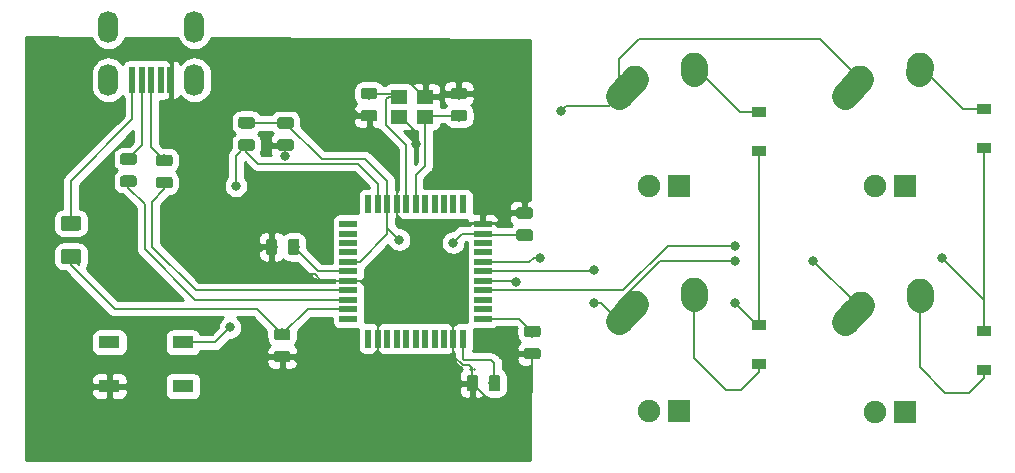
<source format=gbl>
G04 #@! TF.GenerationSoftware,KiCad,Pcbnew,(5.1.2)-1*
G04 #@! TF.CreationDate,2019-05-27T11:12:31-07:00*
G04 #@! TF.ProjectId,Aidan PCB,41696461-6e20-4504-9342-2e6b69636164,rev?*
G04 #@! TF.SameCoordinates,Original*
G04 #@! TF.FileFunction,Copper,L2,Bot*
G04 #@! TF.FilePolarity,Positive*
%FSLAX46Y46*%
G04 Gerber Fmt 4.6, Leading zero omitted, Abs format (unit mm)*
G04 Created by KiCad (PCBNEW (5.1.2)-1) date 2019-05-27 11:12:31*
%MOMM*%
%LPD*%
G04 APERTURE LIST*
%ADD10C,2.250000*%
%ADD11C,2.250000*%
%ADD12C,1.905000*%
%ADD13R,1.905000X1.905000*%
%ADD14C,0.100000*%
%ADD15C,0.975000*%
%ADD16R,1.200000X0.900000*%
%ADD17C,1.250000*%
%ADD18R,1.800000X1.100000*%
%ADD19R,1.500000X0.550000*%
%ADD20R,0.550000X1.500000*%
%ADD21R,0.500000X2.250000*%
%ADD22O,1.700000X2.700000*%
%ADD23R,1.400000X1.200000*%
%ADD24C,0.800000*%
%ADD25C,0.203200*%
%ADD26C,0.254000*%
G04 APERTURE END LIST*
D10*
X119020000Y-95400000D03*
D11*
X119000000Y-95690000D02*
X119040000Y-95110000D01*
D10*
X119040000Y-95110000D03*
X113345001Y-96920000D03*
D11*
X112690000Y-97650000D02*
X114000002Y-96190000D01*
D10*
X114000000Y-96190000D03*
D12*
X115230000Y-105270000D03*
D13*
X117770000Y-105270000D03*
D14*
G36*
X65780142Y-82176174D02*
G01*
X65803803Y-82179684D01*
X65827007Y-82185496D01*
X65849529Y-82193554D01*
X65871153Y-82203782D01*
X65891670Y-82216079D01*
X65910883Y-82230329D01*
X65928607Y-82246393D01*
X65944671Y-82264117D01*
X65958921Y-82283330D01*
X65971218Y-82303847D01*
X65981446Y-82325471D01*
X65989504Y-82347993D01*
X65995316Y-82371197D01*
X65998826Y-82394858D01*
X66000000Y-82418750D01*
X66000000Y-82906250D01*
X65998826Y-82930142D01*
X65995316Y-82953803D01*
X65989504Y-82977007D01*
X65981446Y-82999529D01*
X65971218Y-83021153D01*
X65958921Y-83041670D01*
X65944671Y-83060883D01*
X65928607Y-83078607D01*
X65910883Y-83094671D01*
X65891670Y-83108921D01*
X65871153Y-83121218D01*
X65849529Y-83131446D01*
X65827007Y-83139504D01*
X65803803Y-83145316D01*
X65780142Y-83148826D01*
X65756250Y-83150000D01*
X64843750Y-83150000D01*
X64819858Y-83148826D01*
X64796197Y-83145316D01*
X64772993Y-83139504D01*
X64750471Y-83131446D01*
X64728847Y-83121218D01*
X64708330Y-83108921D01*
X64689117Y-83094671D01*
X64671393Y-83078607D01*
X64655329Y-83060883D01*
X64641079Y-83041670D01*
X64628782Y-83021153D01*
X64618554Y-82999529D01*
X64610496Y-82977007D01*
X64604684Y-82953803D01*
X64601174Y-82930142D01*
X64600000Y-82906250D01*
X64600000Y-82418750D01*
X64601174Y-82394858D01*
X64604684Y-82371197D01*
X64610496Y-82347993D01*
X64618554Y-82325471D01*
X64628782Y-82303847D01*
X64641079Y-82283330D01*
X64655329Y-82264117D01*
X64671393Y-82246393D01*
X64689117Y-82230329D01*
X64708330Y-82216079D01*
X64728847Y-82203782D01*
X64750471Y-82193554D01*
X64772993Y-82185496D01*
X64796197Y-82179684D01*
X64819858Y-82176174D01*
X64843750Y-82175000D01*
X65756250Y-82175000D01*
X65780142Y-82176174D01*
X65780142Y-82176174D01*
G37*
D15*
X65300000Y-82662500D03*
D14*
G36*
X65780142Y-80301174D02*
G01*
X65803803Y-80304684D01*
X65827007Y-80310496D01*
X65849529Y-80318554D01*
X65871153Y-80328782D01*
X65891670Y-80341079D01*
X65910883Y-80355329D01*
X65928607Y-80371393D01*
X65944671Y-80389117D01*
X65958921Y-80408330D01*
X65971218Y-80428847D01*
X65981446Y-80450471D01*
X65989504Y-80472993D01*
X65995316Y-80496197D01*
X65998826Y-80519858D01*
X66000000Y-80543750D01*
X66000000Y-81031250D01*
X65998826Y-81055142D01*
X65995316Y-81078803D01*
X65989504Y-81102007D01*
X65981446Y-81124529D01*
X65971218Y-81146153D01*
X65958921Y-81166670D01*
X65944671Y-81185883D01*
X65928607Y-81203607D01*
X65910883Y-81219671D01*
X65891670Y-81233921D01*
X65871153Y-81246218D01*
X65849529Y-81256446D01*
X65827007Y-81264504D01*
X65803803Y-81270316D01*
X65780142Y-81273826D01*
X65756250Y-81275000D01*
X64843750Y-81275000D01*
X64819858Y-81273826D01*
X64796197Y-81270316D01*
X64772993Y-81264504D01*
X64750471Y-81256446D01*
X64728847Y-81246218D01*
X64708330Y-81233921D01*
X64689117Y-81219671D01*
X64671393Y-81203607D01*
X64655329Y-81185883D01*
X64641079Y-81166670D01*
X64628782Y-81146153D01*
X64618554Y-81124529D01*
X64610496Y-81102007D01*
X64604684Y-81078803D01*
X64601174Y-81055142D01*
X64600000Y-81031250D01*
X64600000Y-80543750D01*
X64601174Y-80519858D01*
X64604684Y-80496197D01*
X64610496Y-80472993D01*
X64618554Y-80450471D01*
X64628782Y-80428847D01*
X64641079Y-80408330D01*
X64655329Y-80389117D01*
X64671393Y-80371393D01*
X64689117Y-80355329D01*
X64708330Y-80341079D01*
X64728847Y-80328782D01*
X64750471Y-80318554D01*
X64772993Y-80310496D01*
X64796197Y-80304684D01*
X64819858Y-80301174D01*
X64843750Y-80300000D01*
X65756250Y-80300000D01*
X65780142Y-80301174D01*
X65780142Y-80301174D01*
G37*
D15*
X65300000Y-80787500D03*
D14*
G36*
X65505142Y-98213674D02*
G01*
X65528803Y-98217184D01*
X65552007Y-98222996D01*
X65574529Y-98231054D01*
X65596153Y-98241282D01*
X65616670Y-98253579D01*
X65635883Y-98267829D01*
X65653607Y-98283893D01*
X65669671Y-98301617D01*
X65683921Y-98320830D01*
X65696218Y-98341347D01*
X65706446Y-98362971D01*
X65714504Y-98385493D01*
X65720316Y-98408697D01*
X65723826Y-98432358D01*
X65725000Y-98456250D01*
X65725000Y-98943750D01*
X65723826Y-98967642D01*
X65720316Y-98991303D01*
X65714504Y-99014507D01*
X65706446Y-99037029D01*
X65696218Y-99058653D01*
X65683921Y-99079170D01*
X65669671Y-99098383D01*
X65653607Y-99116107D01*
X65635883Y-99132171D01*
X65616670Y-99146421D01*
X65596153Y-99158718D01*
X65574529Y-99168946D01*
X65552007Y-99177004D01*
X65528803Y-99182816D01*
X65505142Y-99186326D01*
X65481250Y-99187500D01*
X64568750Y-99187500D01*
X64544858Y-99186326D01*
X64521197Y-99182816D01*
X64497993Y-99177004D01*
X64475471Y-99168946D01*
X64453847Y-99158718D01*
X64433330Y-99146421D01*
X64414117Y-99132171D01*
X64396393Y-99116107D01*
X64380329Y-99098383D01*
X64366079Y-99079170D01*
X64353782Y-99058653D01*
X64343554Y-99037029D01*
X64335496Y-99014507D01*
X64329684Y-98991303D01*
X64326174Y-98967642D01*
X64325000Y-98943750D01*
X64325000Y-98456250D01*
X64326174Y-98432358D01*
X64329684Y-98408697D01*
X64335496Y-98385493D01*
X64343554Y-98362971D01*
X64353782Y-98341347D01*
X64366079Y-98320830D01*
X64380329Y-98301617D01*
X64396393Y-98283893D01*
X64414117Y-98267829D01*
X64433330Y-98253579D01*
X64453847Y-98241282D01*
X64475471Y-98231054D01*
X64497993Y-98222996D01*
X64521197Y-98217184D01*
X64544858Y-98213674D01*
X64568750Y-98212500D01*
X65481250Y-98212500D01*
X65505142Y-98213674D01*
X65505142Y-98213674D01*
G37*
D15*
X65025000Y-98700000D03*
D14*
G36*
X65505142Y-100088674D02*
G01*
X65528803Y-100092184D01*
X65552007Y-100097996D01*
X65574529Y-100106054D01*
X65596153Y-100116282D01*
X65616670Y-100128579D01*
X65635883Y-100142829D01*
X65653607Y-100158893D01*
X65669671Y-100176617D01*
X65683921Y-100195830D01*
X65696218Y-100216347D01*
X65706446Y-100237971D01*
X65714504Y-100260493D01*
X65720316Y-100283697D01*
X65723826Y-100307358D01*
X65725000Y-100331250D01*
X65725000Y-100818750D01*
X65723826Y-100842642D01*
X65720316Y-100866303D01*
X65714504Y-100889507D01*
X65706446Y-100912029D01*
X65696218Y-100933653D01*
X65683921Y-100954170D01*
X65669671Y-100973383D01*
X65653607Y-100991107D01*
X65635883Y-101007171D01*
X65616670Y-101021421D01*
X65596153Y-101033718D01*
X65574529Y-101043946D01*
X65552007Y-101052004D01*
X65528803Y-101057816D01*
X65505142Y-101061326D01*
X65481250Y-101062500D01*
X64568750Y-101062500D01*
X64544858Y-101061326D01*
X64521197Y-101057816D01*
X64497993Y-101052004D01*
X64475471Y-101043946D01*
X64453847Y-101033718D01*
X64433330Y-101021421D01*
X64414117Y-101007171D01*
X64396393Y-100991107D01*
X64380329Y-100973383D01*
X64366079Y-100954170D01*
X64353782Y-100933653D01*
X64343554Y-100912029D01*
X64335496Y-100889507D01*
X64329684Y-100866303D01*
X64326174Y-100842642D01*
X64325000Y-100818750D01*
X64325000Y-100331250D01*
X64326174Y-100307358D01*
X64329684Y-100283697D01*
X64335496Y-100260493D01*
X64343554Y-100237971D01*
X64353782Y-100216347D01*
X64366079Y-100195830D01*
X64380329Y-100176617D01*
X64396393Y-100158893D01*
X64414117Y-100142829D01*
X64433330Y-100128579D01*
X64453847Y-100116282D01*
X64475471Y-100106054D01*
X64497993Y-100097996D01*
X64521197Y-100092184D01*
X64544858Y-100088674D01*
X64568750Y-100087500D01*
X65481250Y-100087500D01*
X65505142Y-100088674D01*
X65505142Y-100088674D01*
G37*
D15*
X65025000Y-100575000D03*
D14*
G36*
X80455142Y-77813674D02*
G01*
X80478803Y-77817184D01*
X80502007Y-77822996D01*
X80524529Y-77831054D01*
X80546153Y-77841282D01*
X80566670Y-77853579D01*
X80585883Y-77867829D01*
X80603607Y-77883893D01*
X80619671Y-77901617D01*
X80633921Y-77920830D01*
X80646218Y-77941347D01*
X80656446Y-77962971D01*
X80664504Y-77985493D01*
X80670316Y-78008697D01*
X80673826Y-78032358D01*
X80675000Y-78056250D01*
X80675000Y-78543750D01*
X80673826Y-78567642D01*
X80670316Y-78591303D01*
X80664504Y-78614507D01*
X80656446Y-78637029D01*
X80646218Y-78658653D01*
X80633921Y-78679170D01*
X80619671Y-78698383D01*
X80603607Y-78716107D01*
X80585883Y-78732171D01*
X80566670Y-78746421D01*
X80546153Y-78758718D01*
X80524529Y-78768946D01*
X80502007Y-78777004D01*
X80478803Y-78782816D01*
X80455142Y-78786326D01*
X80431250Y-78787500D01*
X79518750Y-78787500D01*
X79494858Y-78786326D01*
X79471197Y-78782816D01*
X79447993Y-78777004D01*
X79425471Y-78768946D01*
X79403847Y-78758718D01*
X79383330Y-78746421D01*
X79364117Y-78732171D01*
X79346393Y-78716107D01*
X79330329Y-78698383D01*
X79316079Y-78679170D01*
X79303782Y-78658653D01*
X79293554Y-78637029D01*
X79285496Y-78614507D01*
X79279684Y-78591303D01*
X79276174Y-78567642D01*
X79275000Y-78543750D01*
X79275000Y-78056250D01*
X79276174Y-78032358D01*
X79279684Y-78008697D01*
X79285496Y-77985493D01*
X79293554Y-77962971D01*
X79303782Y-77941347D01*
X79316079Y-77920830D01*
X79330329Y-77901617D01*
X79346393Y-77883893D01*
X79364117Y-77867829D01*
X79383330Y-77853579D01*
X79403847Y-77841282D01*
X79425471Y-77831054D01*
X79447993Y-77822996D01*
X79471197Y-77817184D01*
X79494858Y-77813674D01*
X79518750Y-77812500D01*
X80431250Y-77812500D01*
X80455142Y-77813674D01*
X80455142Y-77813674D01*
G37*
D15*
X79975000Y-78300000D03*
D14*
G36*
X80455142Y-79688674D02*
G01*
X80478803Y-79692184D01*
X80502007Y-79697996D01*
X80524529Y-79706054D01*
X80546153Y-79716282D01*
X80566670Y-79728579D01*
X80585883Y-79742829D01*
X80603607Y-79758893D01*
X80619671Y-79776617D01*
X80633921Y-79795830D01*
X80646218Y-79816347D01*
X80656446Y-79837971D01*
X80664504Y-79860493D01*
X80670316Y-79883697D01*
X80673826Y-79907358D01*
X80675000Y-79931250D01*
X80675000Y-80418750D01*
X80673826Y-80442642D01*
X80670316Y-80466303D01*
X80664504Y-80489507D01*
X80656446Y-80512029D01*
X80646218Y-80533653D01*
X80633921Y-80554170D01*
X80619671Y-80573383D01*
X80603607Y-80591107D01*
X80585883Y-80607171D01*
X80566670Y-80621421D01*
X80546153Y-80633718D01*
X80524529Y-80643946D01*
X80502007Y-80652004D01*
X80478803Y-80657816D01*
X80455142Y-80661326D01*
X80431250Y-80662500D01*
X79518750Y-80662500D01*
X79494858Y-80661326D01*
X79471197Y-80657816D01*
X79447993Y-80652004D01*
X79425471Y-80643946D01*
X79403847Y-80633718D01*
X79383330Y-80621421D01*
X79364117Y-80607171D01*
X79346393Y-80591107D01*
X79330329Y-80573383D01*
X79316079Y-80554170D01*
X79303782Y-80533653D01*
X79293554Y-80512029D01*
X79285496Y-80489507D01*
X79279684Y-80466303D01*
X79276174Y-80442642D01*
X79275000Y-80418750D01*
X79275000Y-79931250D01*
X79276174Y-79907358D01*
X79279684Y-79883697D01*
X79285496Y-79860493D01*
X79293554Y-79837971D01*
X79303782Y-79816347D01*
X79316079Y-79795830D01*
X79330329Y-79776617D01*
X79346393Y-79758893D01*
X79364117Y-79742829D01*
X79383330Y-79728579D01*
X79403847Y-79716282D01*
X79425471Y-79706054D01*
X79447993Y-79697996D01*
X79471197Y-79692184D01*
X79494858Y-79688674D01*
X79518750Y-79687500D01*
X80431250Y-79687500D01*
X80455142Y-79688674D01*
X80455142Y-79688674D01*
G37*
D15*
X79975000Y-80175000D03*
D14*
G36*
X72855142Y-77813674D02*
G01*
X72878803Y-77817184D01*
X72902007Y-77822996D01*
X72924529Y-77831054D01*
X72946153Y-77841282D01*
X72966670Y-77853579D01*
X72985883Y-77867829D01*
X73003607Y-77883893D01*
X73019671Y-77901617D01*
X73033921Y-77920830D01*
X73046218Y-77941347D01*
X73056446Y-77962971D01*
X73064504Y-77985493D01*
X73070316Y-78008697D01*
X73073826Y-78032358D01*
X73075000Y-78056250D01*
X73075000Y-78543750D01*
X73073826Y-78567642D01*
X73070316Y-78591303D01*
X73064504Y-78614507D01*
X73056446Y-78637029D01*
X73046218Y-78658653D01*
X73033921Y-78679170D01*
X73019671Y-78698383D01*
X73003607Y-78716107D01*
X72985883Y-78732171D01*
X72966670Y-78746421D01*
X72946153Y-78758718D01*
X72924529Y-78768946D01*
X72902007Y-78777004D01*
X72878803Y-78782816D01*
X72855142Y-78786326D01*
X72831250Y-78787500D01*
X71918750Y-78787500D01*
X71894858Y-78786326D01*
X71871197Y-78782816D01*
X71847993Y-78777004D01*
X71825471Y-78768946D01*
X71803847Y-78758718D01*
X71783330Y-78746421D01*
X71764117Y-78732171D01*
X71746393Y-78716107D01*
X71730329Y-78698383D01*
X71716079Y-78679170D01*
X71703782Y-78658653D01*
X71693554Y-78637029D01*
X71685496Y-78614507D01*
X71679684Y-78591303D01*
X71676174Y-78567642D01*
X71675000Y-78543750D01*
X71675000Y-78056250D01*
X71676174Y-78032358D01*
X71679684Y-78008697D01*
X71685496Y-77985493D01*
X71693554Y-77962971D01*
X71703782Y-77941347D01*
X71716079Y-77920830D01*
X71730329Y-77901617D01*
X71746393Y-77883893D01*
X71764117Y-77867829D01*
X71783330Y-77853579D01*
X71803847Y-77841282D01*
X71825471Y-77831054D01*
X71847993Y-77822996D01*
X71871197Y-77817184D01*
X71894858Y-77813674D01*
X71918750Y-77812500D01*
X72831250Y-77812500D01*
X72855142Y-77813674D01*
X72855142Y-77813674D01*
G37*
D15*
X72375000Y-78300000D03*
D14*
G36*
X72855142Y-79688674D02*
G01*
X72878803Y-79692184D01*
X72902007Y-79697996D01*
X72924529Y-79706054D01*
X72946153Y-79716282D01*
X72966670Y-79728579D01*
X72985883Y-79742829D01*
X73003607Y-79758893D01*
X73019671Y-79776617D01*
X73033921Y-79795830D01*
X73046218Y-79816347D01*
X73056446Y-79837971D01*
X73064504Y-79860493D01*
X73070316Y-79883697D01*
X73073826Y-79907358D01*
X73075000Y-79931250D01*
X73075000Y-80418750D01*
X73073826Y-80442642D01*
X73070316Y-80466303D01*
X73064504Y-80489507D01*
X73056446Y-80512029D01*
X73046218Y-80533653D01*
X73033921Y-80554170D01*
X73019671Y-80573383D01*
X73003607Y-80591107D01*
X72985883Y-80607171D01*
X72966670Y-80621421D01*
X72946153Y-80633718D01*
X72924529Y-80643946D01*
X72902007Y-80652004D01*
X72878803Y-80657816D01*
X72855142Y-80661326D01*
X72831250Y-80662500D01*
X71918750Y-80662500D01*
X71894858Y-80661326D01*
X71871197Y-80657816D01*
X71847993Y-80652004D01*
X71825471Y-80643946D01*
X71803847Y-80633718D01*
X71783330Y-80621421D01*
X71764117Y-80607171D01*
X71746393Y-80591107D01*
X71730329Y-80573383D01*
X71716079Y-80554170D01*
X71703782Y-80533653D01*
X71693554Y-80512029D01*
X71685496Y-80489507D01*
X71679684Y-80466303D01*
X71676174Y-80442642D01*
X71675000Y-80418750D01*
X71675000Y-79931250D01*
X71676174Y-79907358D01*
X71679684Y-79883697D01*
X71685496Y-79860493D01*
X71693554Y-79837971D01*
X71703782Y-79816347D01*
X71716079Y-79795830D01*
X71730329Y-79776617D01*
X71746393Y-79758893D01*
X71764117Y-79742829D01*
X71783330Y-79728579D01*
X71803847Y-79716282D01*
X71825471Y-79706054D01*
X71847993Y-79697996D01*
X71871197Y-79692184D01*
X71894858Y-79688674D01*
X71918750Y-79687500D01*
X72831250Y-79687500D01*
X72855142Y-79688674D01*
X72855142Y-79688674D01*
G37*
D15*
X72375000Y-80175000D03*
D14*
G36*
X86030142Y-89801174D02*
G01*
X86053803Y-89804684D01*
X86077007Y-89810496D01*
X86099529Y-89818554D01*
X86121153Y-89828782D01*
X86141670Y-89841079D01*
X86160883Y-89855329D01*
X86178607Y-89871393D01*
X86194671Y-89889117D01*
X86208921Y-89908330D01*
X86221218Y-89928847D01*
X86231446Y-89950471D01*
X86239504Y-89972993D01*
X86245316Y-89996197D01*
X86248826Y-90019858D01*
X86250000Y-90043750D01*
X86250000Y-90531250D01*
X86248826Y-90555142D01*
X86245316Y-90578803D01*
X86239504Y-90602007D01*
X86231446Y-90624529D01*
X86221218Y-90646153D01*
X86208921Y-90666670D01*
X86194671Y-90685883D01*
X86178607Y-90703607D01*
X86160883Y-90719671D01*
X86141670Y-90733921D01*
X86121153Y-90746218D01*
X86099529Y-90756446D01*
X86077007Y-90764504D01*
X86053803Y-90770316D01*
X86030142Y-90773826D01*
X86006250Y-90775000D01*
X85093750Y-90775000D01*
X85069858Y-90773826D01*
X85046197Y-90770316D01*
X85022993Y-90764504D01*
X85000471Y-90756446D01*
X84978847Y-90746218D01*
X84958330Y-90733921D01*
X84939117Y-90719671D01*
X84921393Y-90703607D01*
X84905329Y-90685883D01*
X84891079Y-90666670D01*
X84878782Y-90646153D01*
X84868554Y-90624529D01*
X84860496Y-90602007D01*
X84854684Y-90578803D01*
X84851174Y-90555142D01*
X84850000Y-90531250D01*
X84850000Y-90043750D01*
X84851174Y-90019858D01*
X84854684Y-89996197D01*
X84860496Y-89972993D01*
X84868554Y-89950471D01*
X84878782Y-89928847D01*
X84891079Y-89908330D01*
X84905329Y-89889117D01*
X84921393Y-89871393D01*
X84939117Y-89855329D01*
X84958330Y-89841079D01*
X84978847Y-89828782D01*
X85000471Y-89818554D01*
X85022993Y-89810496D01*
X85046197Y-89804684D01*
X85069858Y-89801174D01*
X85093750Y-89800000D01*
X86006250Y-89800000D01*
X86030142Y-89801174D01*
X86030142Y-89801174D01*
G37*
D15*
X85550000Y-90287500D03*
D14*
G36*
X86030142Y-87926174D02*
G01*
X86053803Y-87929684D01*
X86077007Y-87935496D01*
X86099529Y-87943554D01*
X86121153Y-87953782D01*
X86141670Y-87966079D01*
X86160883Y-87980329D01*
X86178607Y-87996393D01*
X86194671Y-88014117D01*
X86208921Y-88033330D01*
X86221218Y-88053847D01*
X86231446Y-88075471D01*
X86239504Y-88097993D01*
X86245316Y-88121197D01*
X86248826Y-88144858D01*
X86250000Y-88168750D01*
X86250000Y-88656250D01*
X86248826Y-88680142D01*
X86245316Y-88703803D01*
X86239504Y-88727007D01*
X86231446Y-88749529D01*
X86221218Y-88771153D01*
X86208921Y-88791670D01*
X86194671Y-88810883D01*
X86178607Y-88828607D01*
X86160883Y-88844671D01*
X86141670Y-88858921D01*
X86121153Y-88871218D01*
X86099529Y-88881446D01*
X86077007Y-88889504D01*
X86053803Y-88895316D01*
X86030142Y-88898826D01*
X86006250Y-88900000D01*
X85093750Y-88900000D01*
X85069858Y-88898826D01*
X85046197Y-88895316D01*
X85022993Y-88889504D01*
X85000471Y-88881446D01*
X84978847Y-88871218D01*
X84958330Y-88858921D01*
X84939117Y-88844671D01*
X84921393Y-88828607D01*
X84905329Y-88810883D01*
X84891079Y-88791670D01*
X84878782Y-88771153D01*
X84868554Y-88749529D01*
X84860496Y-88727007D01*
X84854684Y-88703803D01*
X84851174Y-88680142D01*
X84850000Y-88656250D01*
X84850000Y-88168750D01*
X84851174Y-88144858D01*
X84854684Y-88121197D01*
X84860496Y-88097993D01*
X84868554Y-88075471D01*
X84878782Y-88053847D01*
X84891079Y-88033330D01*
X84905329Y-88014117D01*
X84921393Y-87996393D01*
X84939117Y-87980329D01*
X84958330Y-87966079D01*
X84978847Y-87953782D01*
X85000471Y-87943554D01*
X85022993Y-87935496D01*
X85046197Y-87929684D01*
X85069858Y-87926174D01*
X85093750Y-87925000D01*
X86006250Y-87925000D01*
X86030142Y-87926174D01*
X86030142Y-87926174D01*
G37*
D15*
X85550000Y-88412500D03*
D14*
G36*
X66267642Y-90576174D02*
G01*
X66291303Y-90579684D01*
X66314507Y-90585496D01*
X66337029Y-90593554D01*
X66358653Y-90603782D01*
X66379170Y-90616079D01*
X66398383Y-90630329D01*
X66416107Y-90646393D01*
X66432171Y-90664117D01*
X66446421Y-90683330D01*
X66458718Y-90703847D01*
X66468946Y-90725471D01*
X66477004Y-90747993D01*
X66482816Y-90771197D01*
X66486326Y-90794858D01*
X66487500Y-90818750D01*
X66487500Y-91731250D01*
X66486326Y-91755142D01*
X66482816Y-91778803D01*
X66477004Y-91802007D01*
X66468946Y-91824529D01*
X66458718Y-91846153D01*
X66446421Y-91866670D01*
X66432171Y-91885883D01*
X66416107Y-91903607D01*
X66398383Y-91919671D01*
X66379170Y-91933921D01*
X66358653Y-91946218D01*
X66337029Y-91956446D01*
X66314507Y-91964504D01*
X66291303Y-91970316D01*
X66267642Y-91973826D01*
X66243750Y-91975000D01*
X65756250Y-91975000D01*
X65732358Y-91973826D01*
X65708697Y-91970316D01*
X65685493Y-91964504D01*
X65662971Y-91956446D01*
X65641347Y-91946218D01*
X65620830Y-91933921D01*
X65601617Y-91919671D01*
X65583893Y-91903607D01*
X65567829Y-91885883D01*
X65553579Y-91866670D01*
X65541282Y-91846153D01*
X65531054Y-91824529D01*
X65522996Y-91802007D01*
X65517184Y-91778803D01*
X65513674Y-91755142D01*
X65512500Y-91731250D01*
X65512500Y-90818750D01*
X65513674Y-90794858D01*
X65517184Y-90771197D01*
X65522996Y-90747993D01*
X65531054Y-90725471D01*
X65541282Y-90703847D01*
X65553579Y-90683330D01*
X65567829Y-90664117D01*
X65583893Y-90646393D01*
X65601617Y-90630329D01*
X65620830Y-90616079D01*
X65641347Y-90603782D01*
X65662971Y-90593554D01*
X65685493Y-90585496D01*
X65708697Y-90579684D01*
X65732358Y-90576174D01*
X65756250Y-90575000D01*
X66243750Y-90575000D01*
X66267642Y-90576174D01*
X66267642Y-90576174D01*
G37*
D15*
X66000000Y-91275000D03*
D14*
G36*
X64392642Y-90576174D02*
G01*
X64416303Y-90579684D01*
X64439507Y-90585496D01*
X64462029Y-90593554D01*
X64483653Y-90603782D01*
X64504170Y-90616079D01*
X64523383Y-90630329D01*
X64541107Y-90646393D01*
X64557171Y-90664117D01*
X64571421Y-90683330D01*
X64583718Y-90703847D01*
X64593946Y-90725471D01*
X64602004Y-90747993D01*
X64607816Y-90771197D01*
X64611326Y-90794858D01*
X64612500Y-90818750D01*
X64612500Y-91731250D01*
X64611326Y-91755142D01*
X64607816Y-91778803D01*
X64602004Y-91802007D01*
X64593946Y-91824529D01*
X64583718Y-91846153D01*
X64571421Y-91866670D01*
X64557171Y-91885883D01*
X64541107Y-91903607D01*
X64523383Y-91919671D01*
X64504170Y-91933921D01*
X64483653Y-91946218D01*
X64462029Y-91956446D01*
X64439507Y-91964504D01*
X64416303Y-91970316D01*
X64392642Y-91973826D01*
X64368750Y-91975000D01*
X63881250Y-91975000D01*
X63857358Y-91973826D01*
X63833697Y-91970316D01*
X63810493Y-91964504D01*
X63787971Y-91956446D01*
X63766347Y-91946218D01*
X63745830Y-91933921D01*
X63726617Y-91919671D01*
X63708893Y-91903607D01*
X63692829Y-91885883D01*
X63678579Y-91866670D01*
X63666282Y-91846153D01*
X63656054Y-91824529D01*
X63647996Y-91802007D01*
X63642184Y-91778803D01*
X63638674Y-91755142D01*
X63637500Y-91731250D01*
X63637500Y-90818750D01*
X63638674Y-90794858D01*
X63642184Y-90771197D01*
X63647996Y-90747993D01*
X63656054Y-90725471D01*
X63666282Y-90703847D01*
X63678579Y-90683330D01*
X63692829Y-90664117D01*
X63708893Y-90646393D01*
X63726617Y-90630329D01*
X63745830Y-90616079D01*
X63766347Y-90603782D01*
X63787971Y-90593554D01*
X63810493Y-90585496D01*
X63833697Y-90579684D01*
X63857358Y-90576174D01*
X63881250Y-90575000D01*
X64368750Y-90575000D01*
X64392642Y-90576174D01*
X64392642Y-90576174D01*
G37*
D15*
X64125000Y-91275000D03*
D14*
G36*
X81392642Y-102126174D02*
G01*
X81416303Y-102129684D01*
X81439507Y-102135496D01*
X81462029Y-102143554D01*
X81483653Y-102153782D01*
X81504170Y-102166079D01*
X81523383Y-102180329D01*
X81541107Y-102196393D01*
X81557171Y-102214117D01*
X81571421Y-102233330D01*
X81583718Y-102253847D01*
X81593946Y-102275471D01*
X81602004Y-102297993D01*
X81607816Y-102321197D01*
X81611326Y-102344858D01*
X81612500Y-102368750D01*
X81612500Y-103281250D01*
X81611326Y-103305142D01*
X81607816Y-103328803D01*
X81602004Y-103352007D01*
X81593946Y-103374529D01*
X81583718Y-103396153D01*
X81571421Y-103416670D01*
X81557171Y-103435883D01*
X81541107Y-103453607D01*
X81523383Y-103469671D01*
X81504170Y-103483921D01*
X81483653Y-103496218D01*
X81462029Y-103506446D01*
X81439507Y-103514504D01*
X81416303Y-103520316D01*
X81392642Y-103523826D01*
X81368750Y-103525000D01*
X80881250Y-103525000D01*
X80857358Y-103523826D01*
X80833697Y-103520316D01*
X80810493Y-103514504D01*
X80787971Y-103506446D01*
X80766347Y-103496218D01*
X80745830Y-103483921D01*
X80726617Y-103469671D01*
X80708893Y-103453607D01*
X80692829Y-103435883D01*
X80678579Y-103416670D01*
X80666282Y-103396153D01*
X80656054Y-103374529D01*
X80647996Y-103352007D01*
X80642184Y-103328803D01*
X80638674Y-103305142D01*
X80637500Y-103281250D01*
X80637500Y-102368750D01*
X80638674Y-102344858D01*
X80642184Y-102321197D01*
X80647996Y-102297993D01*
X80656054Y-102275471D01*
X80666282Y-102253847D01*
X80678579Y-102233330D01*
X80692829Y-102214117D01*
X80708893Y-102196393D01*
X80726617Y-102180329D01*
X80745830Y-102166079D01*
X80766347Y-102153782D01*
X80787971Y-102143554D01*
X80810493Y-102135496D01*
X80833697Y-102129684D01*
X80857358Y-102126174D01*
X80881250Y-102125000D01*
X81368750Y-102125000D01*
X81392642Y-102126174D01*
X81392642Y-102126174D01*
G37*
D15*
X81125000Y-102825000D03*
D14*
G36*
X83267642Y-102126174D02*
G01*
X83291303Y-102129684D01*
X83314507Y-102135496D01*
X83337029Y-102143554D01*
X83358653Y-102153782D01*
X83379170Y-102166079D01*
X83398383Y-102180329D01*
X83416107Y-102196393D01*
X83432171Y-102214117D01*
X83446421Y-102233330D01*
X83458718Y-102253847D01*
X83468946Y-102275471D01*
X83477004Y-102297993D01*
X83482816Y-102321197D01*
X83486326Y-102344858D01*
X83487500Y-102368750D01*
X83487500Y-103281250D01*
X83486326Y-103305142D01*
X83482816Y-103328803D01*
X83477004Y-103352007D01*
X83468946Y-103374529D01*
X83458718Y-103396153D01*
X83446421Y-103416670D01*
X83432171Y-103435883D01*
X83416107Y-103453607D01*
X83398383Y-103469671D01*
X83379170Y-103483921D01*
X83358653Y-103496218D01*
X83337029Y-103506446D01*
X83314507Y-103514504D01*
X83291303Y-103520316D01*
X83267642Y-103523826D01*
X83243750Y-103525000D01*
X82756250Y-103525000D01*
X82732358Y-103523826D01*
X82708697Y-103520316D01*
X82685493Y-103514504D01*
X82662971Y-103506446D01*
X82641347Y-103496218D01*
X82620830Y-103483921D01*
X82601617Y-103469671D01*
X82583893Y-103453607D01*
X82567829Y-103435883D01*
X82553579Y-103416670D01*
X82541282Y-103396153D01*
X82531054Y-103374529D01*
X82522996Y-103352007D01*
X82517184Y-103328803D01*
X82513674Y-103305142D01*
X82512500Y-103281250D01*
X82512500Y-102368750D01*
X82513674Y-102344858D01*
X82517184Y-102321197D01*
X82522996Y-102297993D01*
X82531054Y-102275471D01*
X82541282Y-102253847D01*
X82553579Y-102233330D01*
X82567829Y-102214117D01*
X82583893Y-102196393D01*
X82601617Y-102180329D01*
X82620830Y-102166079D01*
X82641347Y-102153782D01*
X82662971Y-102143554D01*
X82685493Y-102135496D01*
X82708697Y-102129684D01*
X82732358Y-102126174D01*
X82756250Y-102125000D01*
X83243750Y-102125000D01*
X83267642Y-102126174D01*
X83267642Y-102126174D01*
G37*
D15*
X83000000Y-102825000D03*
D16*
X105410000Y-83184000D03*
X105410000Y-79884000D03*
X124460000Y-79630000D03*
X124460000Y-82930000D03*
X105410000Y-97918000D03*
X105410000Y-101218000D03*
X124460000Y-101726000D03*
X124460000Y-98426000D03*
D14*
G36*
X47779504Y-91466204D02*
G01*
X47803773Y-91469804D01*
X47827571Y-91475765D01*
X47850671Y-91484030D01*
X47872849Y-91494520D01*
X47893893Y-91507133D01*
X47913598Y-91521747D01*
X47931777Y-91538223D01*
X47948253Y-91556402D01*
X47962867Y-91576107D01*
X47975480Y-91597151D01*
X47985970Y-91619329D01*
X47994235Y-91642429D01*
X48000196Y-91666227D01*
X48003796Y-91690496D01*
X48005000Y-91715000D01*
X48005000Y-92465000D01*
X48003796Y-92489504D01*
X48000196Y-92513773D01*
X47994235Y-92537571D01*
X47985970Y-92560671D01*
X47975480Y-92582849D01*
X47962867Y-92603893D01*
X47948253Y-92623598D01*
X47931777Y-92641777D01*
X47913598Y-92658253D01*
X47893893Y-92672867D01*
X47872849Y-92685480D01*
X47850671Y-92695970D01*
X47827571Y-92704235D01*
X47803773Y-92710196D01*
X47779504Y-92713796D01*
X47755000Y-92715000D01*
X46505000Y-92715000D01*
X46480496Y-92713796D01*
X46456227Y-92710196D01*
X46432429Y-92704235D01*
X46409329Y-92695970D01*
X46387151Y-92685480D01*
X46366107Y-92672867D01*
X46346402Y-92658253D01*
X46328223Y-92641777D01*
X46311747Y-92623598D01*
X46297133Y-92603893D01*
X46284520Y-92582849D01*
X46274030Y-92560671D01*
X46265765Y-92537571D01*
X46259804Y-92513773D01*
X46256204Y-92489504D01*
X46255000Y-92465000D01*
X46255000Y-91715000D01*
X46256204Y-91690496D01*
X46259804Y-91666227D01*
X46265765Y-91642429D01*
X46274030Y-91619329D01*
X46284520Y-91597151D01*
X46297133Y-91576107D01*
X46311747Y-91556402D01*
X46328223Y-91538223D01*
X46346402Y-91521747D01*
X46366107Y-91507133D01*
X46387151Y-91494520D01*
X46409329Y-91484030D01*
X46432429Y-91475765D01*
X46456227Y-91469804D01*
X46480496Y-91466204D01*
X46505000Y-91465000D01*
X47755000Y-91465000D01*
X47779504Y-91466204D01*
X47779504Y-91466204D01*
G37*
D17*
X47130000Y-92090000D03*
D14*
G36*
X47779504Y-88666204D02*
G01*
X47803773Y-88669804D01*
X47827571Y-88675765D01*
X47850671Y-88684030D01*
X47872849Y-88694520D01*
X47893893Y-88707133D01*
X47913598Y-88721747D01*
X47931777Y-88738223D01*
X47948253Y-88756402D01*
X47962867Y-88776107D01*
X47975480Y-88797151D01*
X47985970Y-88819329D01*
X47994235Y-88842429D01*
X48000196Y-88866227D01*
X48003796Y-88890496D01*
X48005000Y-88915000D01*
X48005000Y-89665000D01*
X48003796Y-89689504D01*
X48000196Y-89713773D01*
X47994235Y-89737571D01*
X47985970Y-89760671D01*
X47975480Y-89782849D01*
X47962867Y-89803893D01*
X47948253Y-89823598D01*
X47931777Y-89841777D01*
X47913598Y-89858253D01*
X47893893Y-89872867D01*
X47872849Y-89885480D01*
X47850671Y-89895970D01*
X47827571Y-89904235D01*
X47803773Y-89910196D01*
X47779504Y-89913796D01*
X47755000Y-89915000D01*
X46505000Y-89915000D01*
X46480496Y-89913796D01*
X46456227Y-89910196D01*
X46432429Y-89904235D01*
X46409329Y-89895970D01*
X46387151Y-89885480D01*
X46366107Y-89872867D01*
X46346402Y-89858253D01*
X46328223Y-89841777D01*
X46311747Y-89823598D01*
X46297133Y-89803893D01*
X46284520Y-89782849D01*
X46274030Y-89760671D01*
X46265765Y-89737571D01*
X46259804Y-89713773D01*
X46256204Y-89689504D01*
X46255000Y-89665000D01*
X46255000Y-88915000D01*
X46256204Y-88890496D01*
X46259804Y-88866227D01*
X46265765Y-88842429D01*
X46274030Y-88819329D01*
X46284520Y-88797151D01*
X46297133Y-88776107D01*
X46311747Y-88756402D01*
X46328223Y-88738223D01*
X46346402Y-88721747D01*
X46366107Y-88707133D01*
X46387151Y-88694520D01*
X46409329Y-88684030D01*
X46432429Y-88675765D01*
X46456227Y-88669804D01*
X46480496Y-88666204D01*
X46505000Y-88665000D01*
X47755000Y-88665000D01*
X47779504Y-88666204D01*
X47779504Y-88666204D01*
G37*
D17*
X47130000Y-89290000D03*
D13*
X98647250Y-86137750D03*
D12*
X96107250Y-86137750D03*
D10*
X94877250Y-77057750D03*
X94222251Y-77787750D03*
D11*
X93567250Y-78517750D02*
X94877252Y-77057750D01*
D10*
X99917250Y-75977750D03*
X99897250Y-76267750D03*
D11*
X99877250Y-76557750D02*
X99917250Y-75977750D01*
D13*
X117745000Y-86155000D03*
D12*
X115205000Y-86155000D03*
D10*
X113975000Y-77075000D03*
X113320001Y-77805000D03*
D11*
X112665000Y-78535000D02*
X113975002Y-77075000D01*
D10*
X119015000Y-75995000D03*
X118995000Y-76285000D03*
D11*
X118975000Y-76575000D02*
X119015000Y-75995000D01*
D10*
X99895000Y-95317750D03*
D11*
X99875000Y-95607750D02*
X99915000Y-95027750D01*
D10*
X99915000Y-95027750D03*
X94220001Y-96837750D03*
D11*
X93565000Y-97567750D02*
X94875002Y-96107750D01*
D10*
X94875000Y-96107750D03*
D12*
X96105000Y-105187750D03*
D13*
X98645000Y-105187750D03*
D14*
G36*
X52480142Y-83363674D02*
G01*
X52503803Y-83367184D01*
X52527007Y-83372996D01*
X52549529Y-83381054D01*
X52571153Y-83391282D01*
X52591670Y-83403579D01*
X52610883Y-83417829D01*
X52628607Y-83433893D01*
X52644671Y-83451617D01*
X52658921Y-83470830D01*
X52671218Y-83491347D01*
X52681446Y-83512971D01*
X52689504Y-83535493D01*
X52695316Y-83558697D01*
X52698826Y-83582358D01*
X52700000Y-83606250D01*
X52700000Y-84093750D01*
X52698826Y-84117642D01*
X52695316Y-84141303D01*
X52689504Y-84164507D01*
X52681446Y-84187029D01*
X52671218Y-84208653D01*
X52658921Y-84229170D01*
X52644671Y-84248383D01*
X52628607Y-84266107D01*
X52610883Y-84282171D01*
X52591670Y-84296421D01*
X52571153Y-84308718D01*
X52549529Y-84318946D01*
X52527007Y-84327004D01*
X52503803Y-84332816D01*
X52480142Y-84336326D01*
X52456250Y-84337500D01*
X51543750Y-84337500D01*
X51519858Y-84336326D01*
X51496197Y-84332816D01*
X51472993Y-84327004D01*
X51450471Y-84318946D01*
X51428847Y-84308718D01*
X51408330Y-84296421D01*
X51389117Y-84282171D01*
X51371393Y-84266107D01*
X51355329Y-84248383D01*
X51341079Y-84229170D01*
X51328782Y-84208653D01*
X51318554Y-84187029D01*
X51310496Y-84164507D01*
X51304684Y-84141303D01*
X51301174Y-84117642D01*
X51300000Y-84093750D01*
X51300000Y-83606250D01*
X51301174Y-83582358D01*
X51304684Y-83558697D01*
X51310496Y-83535493D01*
X51318554Y-83512971D01*
X51328782Y-83491347D01*
X51341079Y-83470830D01*
X51355329Y-83451617D01*
X51371393Y-83433893D01*
X51389117Y-83417829D01*
X51408330Y-83403579D01*
X51428847Y-83391282D01*
X51450471Y-83381054D01*
X51472993Y-83372996D01*
X51496197Y-83367184D01*
X51519858Y-83363674D01*
X51543750Y-83362500D01*
X52456250Y-83362500D01*
X52480142Y-83363674D01*
X52480142Y-83363674D01*
G37*
D15*
X52000000Y-83850000D03*
D14*
G36*
X52480142Y-85238674D02*
G01*
X52503803Y-85242184D01*
X52527007Y-85247996D01*
X52549529Y-85256054D01*
X52571153Y-85266282D01*
X52591670Y-85278579D01*
X52610883Y-85292829D01*
X52628607Y-85308893D01*
X52644671Y-85326617D01*
X52658921Y-85345830D01*
X52671218Y-85366347D01*
X52681446Y-85387971D01*
X52689504Y-85410493D01*
X52695316Y-85433697D01*
X52698826Y-85457358D01*
X52700000Y-85481250D01*
X52700000Y-85968750D01*
X52698826Y-85992642D01*
X52695316Y-86016303D01*
X52689504Y-86039507D01*
X52681446Y-86062029D01*
X52671218Y-86083653D01*
X52658921Y-86104170D01*
X52644671Y-86123383D01*
X52628607Y-86141107D01*
X52610883Y-86157171D01*
X52591670Y-86171421D01*
X52571153Y-86183718D01*
X52549529Y-86193946D01*
X52527007Y-86202004D01*
X52503803Y-86207816D01*
X52480142Y-86211326D01*
X52456250Y-86212500D01*
X51543750Y-86212500D01*
X51519858Y-86211326D01*
X51496197Y-86207816D01*
X51472993Y-86202004D01*
X51450471Y-86193946D01*
X51428847Y-86183718D01*
X51408330Y-86171421D01*
X51389117Y-86157171D01*
X51371393Y-86141107D01*
X51355329Y-86123383D01*
X51341079Y-86104170D01*
X51328782Y-86083653D01*
X51318554Y-86062029D01*
X51310496Y-86039507D01*
X51304684Y-86016303D01*
X51301174Y-85992642D01*
X51300000Y-85968750D01*
X51300000Y-85481250D01*
X51301174Y-85457358D01*
X51304684Y-85433697D01*
X51310496Y-85410493D01*
X51318554Y-85387971D01*
X51328782Y-85366347D01*
X51341079Y-85345830D01*
X51355329Y-85326617D01*
X51371393Y-85308893D01*
X51389117Y-85292829D01*
X51408330Y-85278579D01*
X51428847Y-85266282D01*
X51450471Y-85256054D01*
X51472993Y-85247996D01*
X51496197Y-85242184D01*
X51519858Y-85238674D01*
X51543750Y-85237500D01*
X52456250Y-85237500D01*
X52480142Y-85238674D01*
X52480142Y-85238674D01*
G37*
D15*
X52000000Y-85725000D03*
D14*
G36*
X55530142Y-85351174D02*
G01*
X55553803Y-85354684D01*
X55577007Y-85360496D01*
X55599529Y-85368554D01*
X55621153Y-85378782D01*
X55641670Y-85391079D01*
X55660883Y-85405329D01*
X55678607Y-85421393D01*
X55694671Y-85439117D01*
X55708921Y-85458330D01*
X55721218Y-85478847D01*
X55731446Y-85500471D01*
X55739504Y-85522993D01*
X55745316Y-85546197D01*
X55748826Y-85569858D01*
X55750000Y-85593750D01*
X55750000Y-86081250D01*
X55748826Y-86105142D01*
X55745316Y-86128803D01*
X55739504Y-86152007D01*
X55731446Y-86174529D01*
X55721218Y-86196153D01*
X55708921Y-86216670D01*
X55694671Y-86235883D01*
X55678607Y-86253607D01*
X55660883Y-86269671D01*
X55641670Y-86283921D01*
X55621153Y-86296218D01*
X55599529Y-86306446D01*
X55577007Y-86314504D01*
X55553803Y-86320316D01*
X55530142Y-86323826D01*
X55506250Y-86325000D01*
X54593750Y-86325000D01*
X54569858Y-86323826D01*
X54546197Y-86320316D01*
X54522993Y-86314504D01*
X54500471Y-86306446D01*
X54478847Y-86296218D01*
X54458330Y-86283921D01*
X54439117Y-86269671D01*
X54421393Y-86253607D01*
X54405329Y-86235883D01*
X54391079Y-86216670D01*
X54378782Y-86196153D01*
X54368554Y-86174529D01*
X54360496Y-86152007D01*
X54354684Y-86128803D01*
X54351174Y-86105142D01*
X54350000Y-86081250D01*
X54350000Y-85593750D01*
X54351174Y-85569858D01*
X54354684Y-85546197D01*
X54360496Y-85522993D01*
X54368554Y-85500471D01*
X54378782Y-85478847D01*
X54391079Y-85458330D01*
X54405329Y-85439117D01*
X54421393Y-85421393D01*
X54439117Y-85405329D01*
X54458330Y-85391079D01*
X54478847Y-85378782D01*
X54500471Y-85368554D01*
X54522993Y-85360496D01*
X54546197Y-85354684D01*
X54569858Y-85351174D01*
X54593750Y-85350000D01*
X55506250Y-85350000D01*
X55530142Y-85351174D01*
X55530142Y-85351174D01*
G37*
D15*
X55050000Y-85837500D03*
D14*
G36*
X55530142Y-83476174D02*
G01*
X55553803Y-83479684D01*
X55577007Y-83485496D01*
X55599529Y-83493554D01*
X55621153Y-83503782D01*
X55641670Y-83516079D01*
X55660883Y-83530329D01*
X55678607Y-83546393D01*
X55694671Y-83564117D01*
X55708921Y-83583330D01*
X55721218Y-83603847D01*
X55731446Y-83625471D01*
X55739504Y-83647993D01*
X55745316Y-83671197D01*
X55748826Y-83694858D01*
X55750000Y-83718750D01*
X55750000Y-84206250D01*
X55748826Y-84230142D01*
X55745316Y-84253803D01*
X55739504Y-84277007D01*
X55731446Y-84299529D01*
X55721218Y-84321153D01*
X55708921Y-84341670D01*
X55694671Y-84360883D01*
X55678607Y-84378607D01*
X55660883Y-84394671D01*
X55641670Y-84408921D01*
X55621153Y-84421218D01*
X55599529Y-84431446D01*
X55577007Y-84439504D01*
X55553803Y-84445316D01*
X55530142Y-84448826D01*
X55506250Y-84450000D01*
X54593750Y-84450000D01*
X54569858Y-84448826D01*
X54546197Y-84445316D01*
X54522993Y-84439504D01*
X54500471Y-84431446D01*
X54478847Y-84421218D01*
X54458330Y-84408921D01*
X54439117Y-84394671D01*
X54421393Y-84378607D01*
X54405329Y-84360883D01*
X54391079Y-84341670D01*
X54378782Y-84321153D01*
X54368554Y-84299529D01*
X54360496Y-84277007D01*
X54354684Y-84253803D01*
X54351174Y-84230142D01*
X54350000Y-84206250D01*
X54350000Y-83718750D01*
X54351174Y-83694858D01*
X54354684Y-83671197D01*
X54360496Y-83647993D01*
X54368554Y-83625471D01*
X54378782Y-83603847D01*
X54391079Y-83583330D01*
X54405329Y-83564117D01*
X54421393Y-83546393D01*
X54439117Y-83530329D01*
X54458330Y-83516079D01*
X54478847Y-83503782D01*
X54500471Y-83493554D01*
X54522993Y-83485496D01*
X54546197Y-83479684D01*
X54569858Y-83476174D01*
X54593750Y-83475000D01*
X55506250Y-83475000D01*
X55530142Y-83476174D01*
X55530142Y-83476174D01*
G37*
D15*
X55050000Y-83962500D03*
D14*
G36*
X62480142Y-82163674D02*
G01*
X62503803Y-82167184D01*
X62527007Y-82172996D01*
X62549529Y-82181054D01*
X62571153Y-82191282D01*
X62591670Y-82203579D01*
X62610883Y-82217829D01*
X62628607Y-82233893D01*
X62644671Y-82251617D01*
X62658921Y-82270830D01*
X62671218Y-82291347D01*
X62681446Y-82312971D01*
X62689504Y-82335493D01*
X62695316Y-82358697D01*
X62698826Y-82382358D01*
X62700000Y-82406250D01*
X62700000Y-82893750D01*
X62698826Y-82917642D01*
X62695316Y-82941303D01*
X62689504Y-82964507D01*
X62681446Y-82987029D01*
X62671218Y-83008653D01*
X62658921Y-83029170D01*
X62644671Y-83048383D01*
X62628607Y-83066107D01*
X62610883Y-83082171D01*
X62591670Y-83096421D01*
X62571153Y-83108718D01*
X62549529Y-83118946D01*
X62527007Y-83127004D01*
X62503803Y-83132816D01*
X62480142Y-83136326D01*
X62456250Y-83137500D01*
X61543750Y-83137500D01*
X61519858Y-83136326D01*
X61496197Y-83132816D01*
X61472993Y-83127004D01*
X61450471Y-83118946D01*
X61428847Y-83108718D01*
X61408330Y-83096421D01*
X61389117Y-83082171D01*
X61371393Y-83066107D01*
X61355329Y-83048383D01*
X61341079Y-83029170D01*
X61328782Y-83008653D01*
X61318554Y-82987029D01*
X61310496Y-82964507D01*
X61304684Y-82941303D01*
X61301174Y-82917642D01*
X61300000Y-82893750D01*
X61300000Y-82406250D01*
X61301174Y-82382358D01*
X61304684Y-82358697D01*
X61310496Y-82335493D01*
X61318554Y-82312971D01*
X61328782Y-82291347D01*
X61341079Y-82270830D01*
X61355329Y-82251617D01*
X61371393Y-82233893D01*
X61389117Y-82217829D01*
X61408330Y-82203579D01*
X61428847Y-82191282D01*
X61450471Y-82181054D01*
X61472993Y-82172996D01*
X61496197Y-82167184D01*
X61519858Y-82163674D01*
X61543750Y-82162500D01*
X62456250Y-82162500D01*
X62480142Y-82163674D01*
X62480142Y-82163674D01*
G37*
D15*
X62000000Y-82650000D03*
D14*
G36*
X62480142Y-80288674D02*
G01*
X62503803Y-80292184D01*
X62527007Y-80297996D01*
X62549529Y-80306054D01*
X62571153Y-80316282D01*
X62591670Y-80328579D01*
X62610883Y-80342829D01*
X62628607Y-80358893D01*
X62644671Y-80376617D01*
X62658921Y-80395830D01*
X62671218Y-80416347D01*
X62681446Y-80437971D01*
X62689504Y-80460493D01*
X62695316Y-80483697D01*
X62698826Y-80507358D01*
X62700000Y-80531250D01*
X62700000Y-81018750D01*
X62698826Y-81042642D01*
X62695316Y-81066303D01*
X62689504Y-81089507D01*
X62681446Y-81112029D01*
X62671218Y-81133653D01*
X62658921Y-81154170D01*
X62644671Y-81173383D01*
X62628607Y-81191107D01*
X62610883Y-81207171D01*
X62591670Y-81221421D01*
X62571153Y-81233718D01*
X62549529Y-81243946D01*
X62527007Y-81252004D01*
X62503803Y-81257816D01*
X62480142Y-81261326D01*
X62456250Y-81262500D01*
X61543750Y-81262500D01*
X61519858Y-81261326D01*
X61496197Y-81257816D01*
X61472993Y-81252004D01*
X61450471Y-81243946D01*
X61428847Y-81233718D01*
X61408330Y-81221421D01*
X61389117Y-81207171D01*
X61371393Y-81191107D01*
X61355329Y-81173383D01*
X61341079Y-81154170D01*
X61328782Y-81133653D01*
X61318554Y-81112029D01*
X61310496Y-81089507D01*
X61304684Y-81066303D01*
X61301174Y-81042642D01*
X61300000Y-81018750D01*
X61300000Y-80531250D01*
X61301174Y-80507358D01*
X61304684Y-80483697D01*
X61310496Y-80460493D01*
X61318554Y-80437971D01*
X61328782Y-80416347D01*
X61341079Y-80395830D01*
X61355329Y-80376617D01*
X61371393Y-80358893D01*
X61389117Y-80342829D01*
X61408330Y-80328579D01*
X61428847Y-80316282D01*
X61450471Y-80306054D01*
X61472993Y-80297996D01*
X61496197Y-80292184D01*
X61519858Y-80288674D01*
X61543750Y-80287500D01*
X62456250Y-80287500D01*
X62480142Y-80288674D01*
X62480142Y-80288674D01*
G37*
D15*
X62000000Y-80775000D03*
D14*
G36*
X86680142Y-99838674D02*
G01*
X86703803Y-99842184D01*
X86727007Y-99847996D01*
X86749529Y-99856054D01*
X86771153Y-99866282D01*
X86791670Y-99878579D01*
X86810883Y-99892829D01*
X86828607Y-99908893D01*
X86844671Y-99926617D01*
X86858921Y-99945830D01*
X86871218Y-99966347D01*
X86881446Y-99987971D01*
X86889504Y-100010493D01*
X86895316Y-100033697D01*
X86898826Y-100057358D01*
X86900000Y-100081250D01*
X86900000Y-100568750D01*
X86898826Y-100592642D01*
X86895316Y-100616303D01*
X86889504Y-100639507D01*
X86881446Y-100662029D01*
X86871218Y-100683653D01*
X86858921Y-100704170D01*
X86844671Y-100723383D01*
X86828607Y-100741107D01*
X86810883Y-100757171D01*
X86791670Y-100771421D01*
X86771153Y-100783718D01*
X86749529Y-100793946D01*
X86727007Y-100802004D01*
X86703803Y-100807816D01*
X86680142Y-100811326D01*
X86656250Y-100812500D01*
X85743750Y-100812500D01*
X85719858Y-100811326D01*
X85696197Y-100807816D01*
X85672993Y-100802004D01*
X85650471Y-100793946D01*
X85628847Y-100783718D01*
X85608330Y-100771421D01*
X85589117Y-100757171D01*
X85571393Y-100741107D01*
X85555329Y-100723383D01*
X85541079Y-100704170D01*
X85528782Y-100683653D01*
X85518554Y-100662029D01*
X85510496Y-100639507D01*
X85504684Y-100616303D01*
X85501174Y-100592642D01*
X85500000Y-100568750D01*
X85500000Y-100081250D01*
X85501174Y-100057358D01*
X85504684Y-100033697D01*
X85510496Y-100010493D01*
X85518554Y-99987971D01*
X85528782Y-99966347D01*
X85541079Y-99945830D01*
X85555329Y-99926617D01*
X85571393Y-99908893D01*
X85589117Y-99892829D01*
X85608330Y-99878579D01*
X85628847Y-99866282D01*
X85650471Y-99856054D01*
X85672993Y-99847996D01*
X85696197Y-99842184D01*
X85719858Y-99838674D01*
X85743750Y-99837500D01*
X86656250Y-99837500D01*
X86680142Y-99838674D01*
X86680142Y-99838674D01*
G37*
D15*
X86200000Y-100325000D03*
D14*
G36*
X86680142Y-97963674D02*
G01*
X86703803Y-97967184D01*
X86727007Y-97972996D01*
X86749529Y-97981054D01*
X86771153Y-97991282D01*
X86791670Y-98003579D01*
X86810883Y-98017829D01*
X86828607Y-98033893D01*
X86844671Y-98051617D01*
X86858921Y-98070830D01*
X86871218Y-98091347D01*
X86881446Y-98112971D01*
X86889504Y-98135493D01*
X86895316Y-98158697D01*
X86898826Y-98182358D01*
X86900000Y-98206250D01*
X86900000Y-98693750D01*
X86898826Y-98717642D01*
X86895316Y-98741303D01*
X86889504Y-98764507D01*
X86881446Y-98787029D01*
X86871218Y-98808653D01*
X86858921Y-98829170D01*
X86844671Y-98848383D01*
X86828607Y-98866107D01*
X86810883Y-98882171D01*
X86791670Y-98896421D01*
X86771153Y-98908718D01*
X86749529Y-98918946D01*
X86727007Y-98927004D01*
X86703803Y-98932816D01*
X86680142Y-98936326D01*
X86656250Y-98937500D01*
X85743750Y-98937500D01*
X85719858Y-98936326D01*
X85696197Y-98932816D01*
X85672993Y-98927004D01*
X85650471Y-98918946D01*
X85628847Y-98908718D01*
X85608330Y-98896421D01*
X85589117Y-98882171D01*
X85571393Y-98866107D01*
X85555329Y-98848383D01*
X85541079Y-98829170D01*
X85528782Y-98808653D01*
X85518554Y-98787029D01*
X85510496Y-98764507D01*
X85504684Y-98741303D01*
X85501174Y-98717642D01*
X85500000Y-98693750D01*
X85500000Y-98206250D01*
X85501174Y-98182358D01*
X85504684Y-98158697D01*
X85510496Y-98135493D01*
X85518554Y-98112971D01*
X85528782Y-98091347D01*
X85541079Y-98070830D01*
X85555329Y-98051617D01*
X85571393Y-98033893D01*
X85589117Y-98017829D01*
X85608330Y-98003579D01*
X85628847Y-97991282D01*
X85650471Y-97981054D01*
X85672993Y-97972996D01*
X85696197Y-97967184D01*
X85719858Y-97963674D01*
X85743750Y-97962500D01*
X86656250Y-97962500D01*
X86680142Y-97963674D01*
X86680142Y-97963674D01*
G37*
D15*
X86200000Y-98450000D03*
D18*
X50400000Y-103075000D03*
X56600000Y-99375000D03*
X50400000Y-99375000D03*
X56600000Y-103075000D03*
D19*
X70624000Y-97356500D03*
X70624000Y-96556500D03*
X70624000Y-95756500D03*
X70624000Y-94956500D03*
X70624000Y-94156500D03*
X70624000Y-93356500D03*
X70624000Y-92556500D03*
X70624000Y-91756500D03*
X70624000Y-90956500D03*
X70624000Y-90156500D03*
X70624000Y-89356500D03*
D20*
X72324000Y-87656500D03*
X73124000Y-87656500D03*
X73924000Y-87656500D03*
X74724000Y-87656500D03*
X75524000Y-87656500D03*
X76324000Y-87656500D03*
X77124000Y-87656500D03*
X77924000Y-87656500D03*
X78724000Y-87656500D03*
X79524000Y-87656500D03*
X80324000Y-87656500D03*
D19*
X82024000Y-89356500D03*
X82024000Y-90156500D03*
X82024000Y-90956500D03*
X82024000Y-91756500D03*
X82024000Y-92556500D03*
X82024000Y-93356500D03*
X82024000Y-94156500D03*
X82024000Y-94956500D03*
X82024000Y-95756500D03*
X82024000Y-96556500D03*
X82024000Y-97356500D03*
D20*
X80324000Y-99056500D03*
X79524000Y-99056500D03*
X78724000Y-99056500D03*
X77924000Y-99056500D03*
X77124000Y-99056500D03*
X76324000Y-99056500D03*
X75524000Y-99056500D03*
X74724000Y-99056500D03*
X73924000Y-99056500D03*
X73124000Y-99056500D03*
X72324000Y-99056500D03*
D21*
X55550000Y-77144000D03*
X54750000Y-77144000D03*
X53950000Y-77144000D03*
X53150000Y-77144000D03*
X52350000Y-77144000D03*
D22*
X50300000Y-77144000D03*
X57600000Y-77144000D03*
X57600000Y-72644000D03*
X50300000Y-72644000D03*
D23*
X77142000Y-80264000D03*
X74942000Y-80264000D03*
X74942000Y-78564000D03*
X77142000Y-78564000D03*
D24*
X74930000Y-90678000D03*
X79502000Y-90932000D03*
X72675000Y-82525000D03*
X76350000Y-82550000D03*
X65278000Y-83548400D03*
X66548000Y-93218000D03*
X103378000Y-96012000D03*
X86868000Y-92202000D03*
X103378000Y-91186000D03*
X120904000Y-92202000D03*
X84836000Y-94234000D03*
X88646000Y-79756000D03*
X103378000Y-92456000D03*
X109982000Y-92456000D03*
X91440000Y-93218000D03*
X91440000Y-96012000D03*
X60625000Y-98100000D03*
X61100000Y-86125000D03*
D25*
X47130000Y-92090000D02*
X47825710Y-92785710D01*
X64468763Y-98143763D02*
X65025000Y-98700000D01*
X47130000Y-92815000D02*
X50840000Y-96525000D01*
X47130000Y-92090000D02*
X47130000Y-92815000D01*
X62850000Y-96525000D02*
X65025000Y-98700000D01*
X50840000Y-96525000D02*
X62850000Y-96525000D01*
X62012500Y-80787500D02*
X62000000Y-80775000D01*
X65300000Y-80787500D02*
X62012500Y-80787500D01*
X68359290Y-83846790D02*
X72071790Y-83846790D01*
X65300000Y-80787500D02*
X68359290Y-83846790D01*
X73924000Y-85699000D02*
X73924000Y-87656500D01*
X72071790Y-83846790D02*
X73924000Y-85699000D01*
X82155000Y-90287500D02*
X82024000Y-90156500D01*
X85550000Y-90287500D02*
X82155000Y-90287500D01*
X69670800Y-96556500D02*
X70624000Y-96556500D01*
X67168500Y-96556500D02*
X69670800Y-96556500D01*
X65025000Y-98700000D02*
X67168500Y-96556500D01*
X83000000Y-102825000D02*
X83000000Y-101150000D01*
X80324000Y-100749000D02*
X80324000Y-99056500D01*
X83000000Y-101150000D02*
X82725000Y-100875000D01*
X80450000Y-100875000D02*
X80324000Y-100749000D01*
X82725000Y-100875000D02*
X80450000Y-100875000D01*
X73924000Y-87656500D02*
X73924000Y-89672000D01*
X73924000Y-89672000D02*
X74930000Y-90678000D01*
X80277500Y-90156500D02*
X82024000Y-90156500D01*
X79502000Y-90932000D02*
X80277500Y-90156500D01*
X71577200Y-92556500D02*
X70624000Y-92556500D01*
X73924000Y-90209700D02*
X71577200Y-92556500D01*
X73924000Y-89672000D02*
X73924000Y-90209700D01*
X50400000Y-103828200D02*
X53671800Y-107100000D01*
X50400000Y-103075000D02*
X50400000Y-103828200D01*
X53671800Y-107100000D02*
X64950000Y-107100000D01*
X65025000Y-107025000D02*
X65025000Y-100575000D01*
X64950000Y-107100000D02*
X65025000Y-107025000D01*
X65825000Y-100575000D02*
X68300000Y-103050000D01*
X65025000Y-100575000D02*
X65825000Y-100575000D01*
X70083700Y-103050000D02*
X73124000Y-100009700D01*
X68300000Y-103050000D02*
X70083700Y-103050000D01*
X81125000Y-102825000D02*
X81125000Y-101575000D01*
X81125000Y-101575000D02*
X80850000Y-101300000D01*
X79524000Y-100009700D02*
X79524000Y-99056500D01*
X79524000Y-100519225D02*
X79524000Y-100009700D01*
X80304775Y-101300000D02*
X79524000Y-100519225D01*
X80850000Y-101300000D02*
X80304775Y-101300000D01*
X81125000Y-102825000D02*
X81125000Y-103625000D01*
X79524000Y-98103300D02*
X77900000Y-96479300D01*
X79524000Y-99056500D02*
X79524000Y-98103300D01*
X77900000Y-96479300D02*
X77900000Y-90875000D01*
X79418500Y-89356500D02*
X82024000Y-89356500D01*
X77900000Y-90875000D02*
X79418500Y-89356500D01*
X74724000Y-88609700D02*
X74724000Y-87656500D01*
X76989300Y-90875000D02*
X74724000Y-88609700D01*
X77900000Y-90875000D02*
X76989300Y-90875000D01*
X70624000Y-94156500D02*
X71581500Y-94156500D01*
X73124000Y-95699000D02*
X73124000Y-99056500D01*
X71581500Y-94156500D02*
X73124000Y-95699000D01*
X77119700Y-95699000D02*
X77900000Y-96479300D01*
X73124000Y-95699000D02*
X77119700Y-95699000D01*
X55550000Y-77020000D02*
X55550000Y-77895000D01*
X58055000Y-92555000D02*
X59656500Y-94156500D01*
X72375000Y-80175000D02*
X71575000Y-80175000D01*
X77042000Y-78564000D02*
X77142000Y-78564000D01*
X71575000Y-80175000D02*
X70075000Y-78675000D01*
X70075000Y-78675000D02*
X70075000Y-75875000D01*
X70075000Y-75875000D02*
X70550000Y-75400000D01*
X70550000Y-75400000D02*
X73878000Y-75400000D01*
X73878000Y-75400000D02*
X77042000Y-78564000D01*
X79711000Y-78564000D02*
X79975000Y-78300000D01*
X77142000Y-78564000D02*
X79711000Y-78564000D01*
X74724000Y-86703300D02*
X74724000Y-87656500D01*
X74724000Y-83111500D02*
X74724000Y-86703300D01*
X72375000Y-80762500D02*
X74724000Y-83111500D01*
X72375000Y-80175000D02*
X72375000Y-80762500D01*
X73124000Y-100009700D02*
X73124000Y-99056500D01*
X73025599Y-100108101D02*
X73124000Y-100009700D01*
X72375000Y-80175000D02*
X72375000Y-82225000D01*
X72375000Y-82225000D02*
X72675000Y-82525000D01*
X75042000Y-80264000D02*
X74942000Y-80264000D01*
X76350000Y-81572000D02*
X75042000Y-80264000D01*
X76350000Y-82550000D02*
X76350000Y-81572000D01*
X82024000Y-88878300D02*
X82024000Y-89356500D01*
X82489800Y-88412500D02*
X82024000Y-88878300D01*
X85550000Y-88412500D02*
X82489800Y-88412500D01*
X62561500Y-92251000D02*
X62561500Y-94156500D01*
X63537500Y-91275000D02*
X62561500Y-92251000D01*
X64125000Y-91275000D02*
X63537500Y-91275000D01*
X59656500Y-94156500D02*
X62561500Y-94156500D01*
X86200000Y-100325000D02*
X86200000Y-103538000D01*
X86200000Y-103538000D02*
X85090000Y-104648000D01*
X82948000Y-104648000D02*
X81125000Y-102825000D01*
X85090000Y-104648000D02*
X82948000Y-104648000D01*
X65300000Y-82662500D02*
X65300000Y-83526400D01*
X65300000Y-83526400D02*
X65278000Y-83548400D01*
X68311275Y-94156500D02*
X69518500Y-94156500D01*
X67772774Y-93617999D02*
X68311275Y-94156500D01*
X66947999Y-93617999D02*
X67772774Y-93617999D01*
X66548000Y-93218000D02*
X66947999Y-93617999D01*
X62561500Y-94156500D02*
X69518500Y-94156500D01*
X69518500Y-94156500D02*
X70624000Y-94156500D01*
X55550000Y-79488200D02*
X55550000Y-78160000D01*
X58055000Y-81993200D02*
X55550000Y-79488200D01*
X58055000Y-92555000D02*
X58055000Y-81993200D01*
X77231000Y-80175000D02*
X77142000Y-80264000D01*
X79975000Y-80175000D02*
X77231000Y-80175000D01*
X77142000Y-81067200D02*
X77150000Y-81075200D01*
X77142000Y-80264000D02*
X77142000Y-81067200D01*
X77150000Y-81075200D02*
X77150000Y-84400000D01*
X76324000Y-85226000D02*
X76324000Y-87656500D01*
X77150000Y-84400000D02*
X76324000Y-85226000D01*
X74678000Y-78300000D02*
X74942000Y-78564000D01*
X72375000Y-78300000D02*
X74678000Y-78300000D01*
X74038800Y-78564000D02*
X73800000Y-78802800D01*
X74942000Y-78564000D02*
X74038800Y-78564000D01*
X75524000Y-86703300D02*
X75524000Y-87656500D01*
X75524000Y-82688882D02*
X75524000Y-86703300D01*
X73800000Y-80964882D02*
X75524000Y-82688882D01*
X73800000Y-78802800D02*
X73800000Y-80964882D01*
X66000000Y-91275000D02*
X68081500Y-93356500D01*
X68081500Y-93356500D02*
X70624000Y-93356500D01*
X105410000Y-97264800D02*
X105410000Y-83184000D01*
X105410000Y-97918000D02*
X105410000Y-97264800D01*
X103378000Y-96036000D02*
X103378000Y-96012000D01*
X105410000Y-97918000D02*
X105260000Y-97918000D01*
X105260000Y-97918000D02*
X103378000Y-96036000D01*
X82977200Y-92556500D02*
X82024000Y-92556500D01*
X85947815Y-92556500D02*
X82977200Y-92556500D01*
X86302315Y-92202000D02*
X85947815Y-92556500D01*
X86868000Y-92202000D02*
X86302315Y-92202000D01*
X100497250Y-76557750D02*
X99877250Y-76557750D01*
X103823500Y-79884000D02*
X100497250Y-76557750D01*
X105410000Y-79884000D02*
X103823500Y-79884000D01*
X119595000Y-76575000D02*
X118975000Y-76575000D01*
X122650000Y-79630000D02*
X119595000Y-76575000D01*
X124460000Y-79630000D02*
X122650000Y-79630000D01*
X97685380Y-91186000D02*
X103378000Y-91186000D01*
X82024000Y-94956500D02*
X93914880Y-94956500D01*
X93914880Y-94956500D02*
X97685380Y-91186000D01*
X124460000Y-95758000D02*
X124460000Y-97790000D01*
X120904000Y-92202000D02*
X124460000Y-95758000D01*
X124460000Y-98426000D02*
X124460000Y-97790000D01*
X124460000Y-97790000D02*
X124460000Y-82930000D01*
X99875000Y-95607750D02*
X100232750Y-95607750D01*
X105410000Y-101871200D02*
X103903200Y-103378000D01*
X105410000Y-101218000D02*
X105410000Y-101871200D01*
X103903200Y-103378000D02*
X102616000Y-103378000D01*
X99915000Y-95647750D02*
X99875000Y-95607750D01*
X99915000Y-100677000D02*
X99915000Y-95647750D01*
X102616000Y-103378000D02*
X99915000Y-100677000D01*
X124460000Y-102379200D02*
X123207200Y-103632000D01*
X124460000Y-101726000D02*
X124460000Y-102379200D01*
X123207200Y-103632000D02*
X121158000Y-103632000D01*
X119000000Y-101474000D02*
X119000000Y-95625000D01*
X121158000Y-103632000D02*
X119000000Y-101474000D01*
X52350000Y-77166139D02*
X52387946Y-77030624D01*
X52350000Y-80478742D02*
X52350000Y-77166139D01*
X47130000Y-89290000D02*
X47130000Y-85698742D01*
X47130000Y-85698742D02*
X52350000Y-80478742D01*
X93567250Y-75342750D02*
X95250000Y-73660000D01*
X93567250Y-78517750D02*
X93567250Y-75342750D01*
X110560000Y-73660000D02*
X113975000Y-77075000D01*
X95250000Y-73660000D02*
X110560000Y-73660000D01*
X82024000Y-94156500D02*
X84758500Y-94156500D01*
X84758500Y-94156500D02*
X84836000Y-94234000D01*
X92728999Y-79356001D02*
X93567250Y-78517750D01*
X89045999Y-79356001D02*
X92728999Y-79356001D01*
X88646000Y-79756000D02*
X89045999Y-79356001D01*
X93565000Y-97567750D02*
X93565000Y-95919000D01*
X93565000Y-95919000D02*
X97028000Y-92456000D01*
X97028000Y-92456000D02*
X103378000Y-92456000D01*
X113651000Y-96125000D02*
X114000000Y-96125000D01*
X109982000Y-92456000D02*
X113651000Y-96125000D01*
X82024000Y-93356500D02*
X91301500Y-93356500D01*
X91301500Y-93356500D02*
X91440000Y-93218000D01*
X92009250Y-96012000D02*
X93565000Y-97567750D01*
X91440000Y-96012000D02*
X92009250Y-96012000D01*
X53150000Y-78348200D02*
X53150000Y-77020000D01*
X53150000Y-82700000D02*
X53150000Y-77020000D01*
X52000000Y-83850000D02*
X53150000Y-82700000D01*
X52000000Y-86312500D02*
X53375000Y-87687500D01*
X52000000Y-85725000D02*
X52000000Y-86312500D01*
X53375000Y-87687500D02*
X53375000Y-91475000D01*
X57656500Y-95756500D02*
X70624000Y-95756500D01*
X53375000Y-91475000D02*
X57656500Y-95756500D01*
X55050000Y-86425000D02*
X54025000Y-87450000D01*
X55050000Y-85837500D02*
X55050000Y-86425000D01*
X54025000Y-87450000D02*
X54025000Y-91275000D01*
X57706500Y-94956500D02*
X70624000Y-94956500D01*
X54025000Y-91275000D02*
X57706500Y-94956500D01*
X53950000Y-82862500D02*
X55050000Y-83962500D01*
X53950000Y-77020000D02*
X53950000Y-82862500D01*
X62000000Y-83237500D02*
X63012500Y-84250000D01*
X62000000Y-82650000D02*
X62000000Y-83237500D01*
X73124000Y-86703300D02*
X73124000Y-87656500D01*
X73124000Y-85949000D02*
X73124000Y-86703300D01*
X71425000Y-84250000D02*
X73124000Y-85949000D01*
X63012500Y-84250000D02*
X71425000Y-84250000D01*
X56600000Y-99375000D02*
X57703200Y-99375000D01*
X56600000Y-99375000D02*
X59350000Y-99375000D01*
X59350000Y-99375000D02*
X60625000Y-98100000D01*
X61100000Y-83550000D02*
X62000000Y-82650000D01*
X61100000Y-86125000D02*
X61100000Y-83550000D01*
X85106500Y-97356500D02*
X82024000Y-97356500D01*
X86200000Y-98450000D02*
X85106500Y-97356500D01*
D26*
G36*
X48876407Y-73566709D02*
G01*
X48921401Y-73715033D01*
X49059294Y-73973013D01*
X49244866Y-74199134D01*
X49470986Y-74384706D01*
X49728966Y-74522599D01*
X50008889Y-74607513D01*
X50300000Y-74636185D01*
X50591110Y-74607513D01*
X50871033Y-74522599D01*
X51129013Y-74384706D01*
X51355134Y-74199134D01*
X51540706Y-73973014D01*
X51678599Y-73715034D01*
X51718492Y-73583526D01*
X56189534Y-73609982D01*
X56221401Y-73715033D01*
X56359294Y-73973013D01*
X56544866Y-74199134D01*
X56770986Y-74384706D01*
X57028966Y-74522599D01*
X57308889Y-74607513D01*
X57600000Y-74636185D01*
X57891110Y-74607513D01*
X58171033Y-74522599D01*
X58429013Y-74384706D01*
X58655134Y-74199134D01*
X58840706Y-73973014D01*
X58978599Y-73715034D01*
X59005412Y-73626644D01*
X85979000Y-73786251D01*
X85979000Y-87288938D01*
X85835750Y-87290000D01*
X85677000Y-87448750D01*
X85677000Y-88285500D01*
X85697000Y-88285500D01*
X85697000Y-88539500D01*
X85677000Y-88539500D01*
X85677000Y-88559500D01*
X85423000Y-88559500D01*
X85423000Y-88539500D01*
X84373750Y-88539500D01*
X84215000Y-88698250D01*
X84211928Y-88900000D01*
X84224188Y-89024482D01*
X84260498Y-89144180D01*
X84319463Y-89254494D01*
X84398815Y-89351185D01*
X84476564Y-89414992D01*
X84470208Y-89420208D01*
X84362952Y-89550900D01*
X83317650Y-89550900D01*
X83316917Y-89550167D01*
X83304537Y-89527006D01*
X83225185Y-89430315D01*
X83128494Y-89350963D01*
X83018180Y-89291998D01*
X82898482Y-89255688D01*
X82774000Y-89243428D01*
X81274000Y-89243428D01*
X81149518Y-89255688D01*
X81029820Y-89291998D01*
X80919506Y-89350963D01*
X80835506Y-89419900D01*
X80313686Y-89419900D01*
X80277500Y-89416336D01*
X80241314Y-89419900D01*
X80133101Y-89430558D01*
X79994251Y-89472678D01*
X79866287Y-89541076D01*
X79754125Y-89633125D01*
X79731059Y-89661231D01*
X79495290Y-89897000D01*
X79400061Y-89897000D01*
X79200102Y-89936774D01*
X79011744Y-90014795D01*
X78842226Y-90128063D01*
X78698063Y-90272226D01*
X78584795Y-90441744D01*
X78506774Y-90630102D01*
X78467000Y-90830061D01*
X78467000Y-91033939D01*
X78506774Y-91233898D01*
X78584795Y-91422256D01*
X78698063Y-91591774D01*
X78842226Y-91735937D01*
X79011744Y-91849205D01*
X79200102Y-91927226D01*
X79400061Y-91967000D01*
X79603939Y-91967000D01*
X79803898Y-91927226D01*
X79992256Y-91849205D01*
X80161774Y-91735937D01*
X80305937Y-91591774D01*
X80419205Y-91422256D01*
X80497226Y-91233898D01*
X80537000Y-91033939D01*
X80537000Y-90938710D01*
X80582610Y-90893100D01*
X80635928Y-90893100D01*
X80635928Y-91231500D01*
X80648188Y-91355982D01*
X80648345Y-91356500D01*
X80648188Y-91357018D01*
X80635928Y-91481500D01*
X80635928Y-92031500D01*
X80648188Y-92155982D01*
X80648345Y-92156500D01*
X80648188Y-92157018D01*
X80635928Y-92281500D01*
X80635928Y-92831500D01*
X80648188Y-92955982D01*
X80648345Y-92956500D01*
X80648188Y-92957018D01*
X80635928Y-93081500D01*
X80635928Y-93631500D01*
X80648188Y-93755982D01*
X80648345Y-93756500D01*
X80648188Y-93757018D01*
X80635928Y-93881500D01*
X80635928Y-94431500D01*
X80648188Y-94555982D01*
X80648345Y-94556500D01*
X80648188Y-94557018D01*
X80635928Y-94681500D01*
X80635928Y-95231500D01*
X80648188Y-95355982D01*
X80648345Y-95356500D01*
X80648188Y-95357018D01*
X80635928Y-95481500D01*
X80635928Y-96031500D01*
X80648188Y-96155982D01*
X80648345Y-96156500D01*
X80648188Y-96157018D01*
X80635928Y-96281500D01*
X80635928Y-96831500D01*
X80648188Y-96955982D01*
X80648345Y-96956500D01*
X80648188Y-96957018D01*
X80635928Y-97081500D01*
X80635928Y-97631500D01*
X80639962Y-97672462D01*
X80599000Y-97668428D01*
X80049000Y-97668428D01*
X79924518Y-97680688D01*
X79923337Y-97681046D01*
X79809750Y-97671500D01*
X79717667Y-97763583D01*
X79694506Y-97775963D01*
X79597815Y-97855315D01*
X79524000Y-97945259D01*
X79450185Y-97855315D01*
X79353494Y-97775963D01*
X79330333Y-97763583D01*
X79238250Y-97671500D01*
X79124663Y-97681046D01*
X79123482Y-97680688D01*
X78999000Y-97668428D01*
X78449000Y-97668428D01*
X78324518Y-97680688D01*
X78324000Y-97680845D01*
X78323482Y-97680688D01*
X78199000Y-97668428D01*
X77649000Y-97668428D01*
X77524518Y-97680688D01*
X77524000Y-97680845D01*
X77523482Y-97680688D01*
X77399000Y-97668428D01*
X76849000Y-97668428D01*
X76724518Y-97680688D01*
X76724000Y-97680845D01*
X76723482Y-97680688D01*
X76599000Y-97668428D01*
X76049000Y-97668428D01*
X75924518Y-97680688D01*
X75924000Y-97680845D01*
X75923482Y-97680688D01*
X75799000Y-97668428D01*
X75249000Y-97668428D01*
X75124518Y-97680688D01*
X75124000Y-97680845D01*
X75123482Y-97680688D01*
X74999000Y-97668428D01*
X74449000Y-97668428D01*
X74324518Y-97680688D01*
X74324000Y-97680845D01*
X74323482Y-97680688D01*
X74199000Y-97668428D01*
X73649000Y-97668428D01*
X73524518Y-97680688D01*
X73523337Y-97681046D01*
X73409750Y-97671500D01*
X73317667Y-97763583D01*
X73294506Y-97775963D01*
X73197815Y-97855315D01*
X73124000Y-97945259D01*
X73050185Y-97855315D01*
X72953494Y-97775963D01*
X72930333Y-97763583D01*
X72838250Y-97671500D01*
X72724663Y-97681046D01*
X72723482Y-97680688D01*
X72599000Y-97668428D01*
X72049000Y-97668428D01*
X72008038Y-97672462D01*
X72012072Y-97631500D01*
X72012072Y-97081500D01*
X71999812Y-96957018D01*
X71999655Y-96956500D01*
X71999812Y-96955982D01*
X72012072Y-96831500D01*
X72012072Y-96281500D01*
X71999812Y-96157018D01*
X71999655Y-96156500D01*
X71999812Y-96155982D01*
X72012072Y-96031500D01*
X72012072Y-95481500D01*
X71999812Y-95357018D01*
X71999655Y-95356500D01*
X71999812Y-95355982D01*
X72012072Y-95231500D01*
X72012072Y-94681500D01*
X71999812Y-94557018D01*
X71999454Y-94555837D01*
X72009000Y-94442250D01*
X71916917Y-94350167D01*
X71904537Y-94327006D01*
X71825185Y-94230315D01*
X71735241Y-94156500D01*
X71825185Y-94082685D01*
X71904537Y-93985994D01*
X71916917Y-93962833D01*
X72009000Y-93870750D01*
X71999454Y-93757163D01*
X71999812Y-93755982D01*
X72012072Y-93631500D01*
X72012072Y-93152508D01*
X72100575Y-93079875D01*
X72123646Y-93051763D01*
X74011142Y-91164267D01*
X74012795Y-91168256D01*
X74126063Y-91337774D01*
X74270226Y-91481937D01*
X74439744Y-91595205D01*
X74628102Y-91673226D01*
X74828061Y-91713000D01*
X75031939Y-91713000D01*
X75231898Y-91673226D01*
X75420256Y-91595205D01*
X75589774Y-91481937D01*
X75733937Y-91337774D01*
X75847205Y-91168256D01*
X75925226Y-90979898D01*
X75965000Y-90779939D01*
X75965000Y-90576061D01*
X75925226Y-90376102D01*
X75847205Y-90187744D01*
X75733937Y-90018226D01*
X75589774Y-89874063D01*
X75420256Y-89760795D01*
X75231898Y-89682774D01*
X75031939Y-89643000D01*
X74936709Y-89643000D01*
X74660600Y-89366891D01*
X74660600Y-88844994D01*
X74724000Y-88767741D01*
X74797815Y-88857685D01*
X74894506Y-88937037D01*
X74917667Y-88949417D01*
X75009750Y-89041500D01*
X75123337Y-89031954D01*
X75124518Y-89032312D01*
X75249000Y-89044572D01*
X75799000Y-89044572D01*
X75923482Y-89032312D01*
X75924000Y-89032155D01*
X75924518Y-89032312D01*
X76049000Y-89044572D01*
X76599000Y-89044572D01*
X76723482Y-89032312D01*
X76724000Y-89032155D01*
X76724518Y-89032312D01*
X76849000Y-89044572D01*
X77399000Y-89044572D01*
X77523482Y-89032312D01*
X77524000Y-89032155D01*
X77524518Y-89032312D01*
X77649000Y-89044572D01*
X78199000Y-89044572D01*
X78323482Y-89032312D01*
X78324000Y-89032155D01*
X78324518Y-89032312D01*
X78449000Y-89044572D01*
X78999000Y-89044572D01*
X79123482Y-89032312D01*
X79124000Y-89032155D01*
X79124518Y-89032312D01*
X79249000Y-89044572D01*
X79799000Y-89044572D01*
X79923482Y-89032312D01*
X79924000Y-89032155D01*
X79924518Y-89032312D01*
X80049000Y-89044572D01*
X80599000Y-89044572D01*
X80641552Y-89040381D01*
X80639000Y-89070750D01*
X80797750Y-89229500D01*
X81897000Y-89229500D01*
X81897000Y-88605250D01*
X82151000Y-88605250D01*
X82151000Y-89229500D01*
X83250250Y-89229500D01*
X83409000Y-89070750D01*
X83399177Y-88953869D01*
X83362265Y-88834355D01*
X83302746Y-88724339D01*
X83222908Y-88628049D01*
X83125818Y-88549184D01*
X83015208Y-88490776D01*
X82895329Y-88455070D01*
X82770787Y-88443436D01*
X82309750Y-88446500D01*
X82151000Y-88605250D01*
X81897000Y-88605250D01*
X81738250Y-88446500D01*
X81277213Y-88443436D01*
X81233028Y-88447564D01*
X81237072Y-88406500D01*
X81237072Y-87925000D01*
X84211928Y-87925000D01*
X84215000Y-88126750D01*
X84373750Y-88285500D01*
X85423000Y-88285500D01*
X85423000Y-87448750D01*
X85264250Y-87290000D01*
X84850000Y-87286928D01*
X84725518Y-87299188D01*
X84605820Y-87335498D01*
X84495506Y-87394463D01*
X84398815Y-87473815D01*
X84319463Y-87570506D01*
X84260498Y-87680820D01*
X84224188Y-87800518D01*
X84211928Y-87925000D01*
X81237072Y-87925000D01*
X81237072Y-86906500D01*
X81224812Y-86782018D01*
X81188502Y-86662320D01*
X81129537Y-86552006D01*
X81050185Y-86455315D01*
X80953494Y-86375963D01*
X80843180Y-86316998D01*
X80723482Y-86280688D01*
X80599000Y-86268428D01*
X80049000Y-86268428D01*
X79924518Y-86280688D01*
X79924000Y-86280845D01*
X79923482Y-86280688D01*
X79799000Y-86268428D01*
X79249000Y-86268428D01*
X79124518Y-86280688D01*
X79124000Y-86280845D01*
X79123482Y-86280688D01*
X78999000Y-86268428D01*
X78449000Y-86268428D01*
X78324518Y-86280688D01*
X78324000Y-86280845D01*
X78323482Y-86280688D01*
X78199000Y-86268428D01*
X77649000Y-86268428D01*
X77524518Y-86280688D01*
X77524000Y-86280845D01*
X77523482Y-86280688D01*
X77399000Y-86268428D01*
X77060600Y-86268428D01*
X77060600Y-85531109D01*
X77645263Y-84946446D01*
X77673375Y-84923375D01*
X77765424Y-84811213D01*
X77833822Y-84683249D01*
X77875942Y-84544399D01*
X77886600Y-84436186D01*
X77886600Y-84436177D01*
X77890163Y-84400001D01*
X77886600Y-84363825D01*
X77886600Y-81497679D01*
X77966482Y-81489812D01*
X78086180Y-81453502D01*
X78196494Y-81394537D01*
X78293185Y-81315185D01*
X78372537Y-81218494D01*
X78431502Y-81108180D01*
X78467812Y-80988482D01*
X78475384Y-80911600D01*
X78787952Y-80911600D01*
X78895208Y-81042292D01*
X79028836Y-81151958D01*
X79181291Y-81233447D01*
X79346715Y-81283628D01*
X79518750Y-81300572D01*
X80431250Y-81300572D01*
X80603285Y-81283628D01*
X80768709Y-81233447D01*
X80921164Y-81151958D01*
X81054792Y-81042292D01*
X81164458Y-80908664D01*
X81245947Y-80756209D01*
X81296128Y-80590785D01*
X81313072Y-80418750D01*
X81313072Y-79931250D01*
X81296128Y-79759215D01*
X81245947Y-79593791D01*
X81164458Y-79441336D01*
X81054792Y-79307708D01*
X81048436Y-79302492D01*
X81126185Y-79238685D01*
X81205537Y-79141994D01*
X81264502Y-79031680D01*
X81300812Y-78911982D01*
X81313072Y-78787500D01*
X81310000Y-78585750D01*
X81151250Y-78427000D01*
X80102000Y-78427000D01*
X80102000Y-78447000D01*
X79848000Y-78447000D01*
X79848000Y-78427000D01*
X78798750Y-78427000D01*
X78640000Y-78585750D01*
X78636928Y-78787500D01*
X78649188Y-78911982D01*
X78685498Y-79031680D01*
X78744463Y-79141994D01*
X78823815Y-79238685D01*
X78901564Y-79302492D01*
X78895208Y-79307708D01*
X78787952Y-79438400D01*
X78437138Y-79438400D01*
X78431502Y-79419820D01*
X78428391Y-79414000D01*
X78431502Y-79408180D01*
X78467812Y-79288482D01*
X78480072Y-79164000D01*
X78477000Y-78849750D01*
X78318250Y-78691000D01*
X77269000Y-78691000D01*
X77269000Y-78711000D01*
X77015000Y-78711000D01*
X77015000Y-78691000D01*
X76995000Y-78691000D01*
X76995000Y-78437000D01*
X77015000Y-78437000D01*
X77015000Y-77487750D01*
X77269000Y-77487750D01*
X77269000Y-78437000D01*
X78318250Y-78437000D01*
X78477000Y-78278250D01*
X78480072Y-77964000D01*
X78467812Y-77839518D01*
X78459617Y-77812500D01*
X78636928Y-77812500D01*
X78640000Y-78014250D01*
X78798750Y-78173000D01*
X79848000Y-78173000D01*
X79848000Y-77336250D01*
X80102000Y-77336250D01*
X80102000Y-78173000D01*
X81151250Y-78173000D01*
X81310000Y-78014250D01*
X81313072Y-77812500D01*
X81300812Y-77688018D01*
X81264502Y-77568320D01*
X81205537Y-77458006D01*
X81126185Y-77361315D01*
X81029494Y-77281963D01*
X80919180Y-77222998D01*
X80799482Y-77186688D01*
X80675000Y-77174428D01*
X80260750Y-77177500D01*
X80102000Y-77336250D01*
X79848000Y-77336250D01*
X79689250Y-77177500D01*
X79275000Y-77174428D01*
X79150518Y-77186688D01*
X79030820Y-77222998D01*
X78920506Y-77281963D01*
X78823815Y-77361315D01*
X78744463Y-77458006D01*
X78685498Y-77568320D01*
X78649188Y-77688018D01*
X78636928Y-77812500D01*
X78459617Y-77812500D01*
X78431502Y-77719820D01*
X78372537Y-77609506D01*
X78293185Y-77512815D01*
X78196494Y-77433463D01*
X78086180Y-77374498D01*
X77966482Y-77338188D01*
X77842000Y-77325928D01*
X77427750Y-77329000D01*
X77269000Y-77487750D01*
X77015000Y-77487750D01*
X76856250Y-77329000D01*
X76442000Y-77325928D01*
X76317518Y-77338188D01*
X76197820Y-77374498D01*
X76087506Y-77433463D01*
X76042000Y-77470809D01*
X75996494Y-77433463D01*
X75886180Y-77374498D01*
X75766482Y-77338188D01*
X75642000Y-77325928D01*
X74242000Y-77325928D01*
X74117518Y-77338188D01*
X73997820Y-77374498D01*
X73887506Y-77433463D01*
X73790815Y-77512815D01*
X73749301Y-77563400D01*
X73562048Y-77563400D01*
X73454792Y-77432708D01*
X73321164Y-77323042D01*
X73168709Y-77241553D01*
X73003285Y-77191372D01*
X72831250Y-77174428D01*
X71918750Y-77174428D01*
X71746715Y-77191372D01*
X71581291Y-77241553D01*
X71428836Y-77323042D01*
X71295208Y-77432708D01*
X71185542Y-77566336D01*
X71104053Y-77718791D01*
X71053872Y-77884215D01*
X71036928Y-78056250D01*
X71036928Y-78543750D01*
X71053872Y-78715785D01*
X71104053Y-78881209D01*
X71185542Y-79033664D01*
X71295208Y-79167292D01*
X71301564Y-79172508D01*
X71223815Y-79236315D01*
X71144463Y-79333006D01*
X71085498Y-79443320D01*
X71049188Y-79563018D01*
X71036928Y-79687500D01*
X71040000Y-79889250D01*
X71198750Y-80048000D01*
X72248000Y-80048000D01*
X72248000Y-80028000D01*
X72502000Y-80028000D01*
X72502000Y-80048000D01*
X72522000Y-80048000D01*
X72522000Y-80302000D01*
X72502000Y-80302000D01*
X72502000Y-81138750D01*
X72660750Y-81297500D01*
X73075000Y-81300572D01*
X73140748Y-81294097D01*
X73175145Y-81358448D01*
X73184577Y-81376095D01*
X73276626Y-81488257D01*
X73304732Y-81511323D01*
X74787400Y-82993992D01*
X74787401Y-86468005D01*
X74724000Y-86545259D01*
X74660600Y-86468006D01*
X74660600Y-85735186D01*
X74664164Y-85699000D01*
X74649942Y-85554601D01*
X74611018Y-85426287D01*
X74607822Y-85415751D01*
X74539424Y-85287787D01*
X74513576Y-85256291D01*
X74470442Y-85203732D01*
X74470437Y-85203727D01*
X74447374Y-85175625D01*
X74419273Y-85152563D01*
X72618235Y-83351526D01*
X72595165Y-83323415D01*
X72483003Y-83231366D01*
X72355039Y-83162968D01*
X72216189Y-83120848D01*
X72107976Y-83110190D01*
X72107973Y-83110190D01*
X72071790Y-83106626D01*
X72035607Y-83110190D01*
X68664399Y-83110190D01*
X66633355Y-81079146D01*
X66638072Y-81031250D01*
X66638072Y-80662500D01*
X71036928Y-80662500D01*
X71049188Y-80786982D01*
X71085498Y-80906680D01*
X71144463Y-81016994D01*
X71223815Y-81113685D01*
X71320506Y-81193037D01*
X71430820Y-81252002D01*
X71550518Y-81288312D01*
X71675000Y-81300572D01*
X72089250Y-81297500D01*
X72248000Y-81138750D01*
X72248000Y-80302000D01*
X71198750Y-80302000D01*
X71040000Y-80460750D01*
X71036928Y-80662500D01*
X66638072Y-80662500D01*
X66638072Y-80543750D01*
X66621128Y-80371715D01*
X66570947Y-80206291D01*
X66489458Y-80053836D01*
X66379792Y-79920208D01*
X66246164Y-79810542D01*
X66093709Y-79729053D01*
X65928285Y-79678872D01*
X65756250Y-79661928D01*
X64843750Y-79661928D01*
X64671715Y-79678872D01*
X64506291Y-79729053D01*
X64353836Y-79810542D01*
X64220208Y-79920208D01*
X64112952Y-80050900D01*
X63194570Y-80050900D01*
X63189458Y-80041336D01*
X63079792Y-79907708D01*
X62946164Y-79798042D01*
X62793709Y-79716553D01*
X62628285Y-79666372D01*
X62456250Y-79649428D01*
X61543750Y-79649428D01*
X61371715Y-79666372D01*
X61206291Y-79716553D01*
X61053836Y-79798042D01*
X60920208Y-79907708D01*
X60810542Y-80041336D01*
X60729053Y-80193791D01*
X60678872Y-80359215D01*
X60661928Y-80531250D01*
X60661928Y-81018750D01*
X60678872Y-81190785D01*
X60729053Y-81356209D01*
X60810542Y-81508664D01*
X60920208Y-81642292D01*
X61005756Y-81712500D01*
X60920208Y-81782708D01*
X60810542Y-81916336D01*
X60729053Y-82068791D01*
X60678872Y-82234215D01*
X60661928Y-82406250D01*
X60661928Y-82893750D01*
X60666645Y-82941646D01*
X60604732Y-83003559D01*
X60576626Y-83026625D01*
X60553560Y-83054731D01*
X60553558Y-83054733D01*
X60484576Y-83138788D01*
X60416178Y-83266753D01*
X60405987Y-83300348D01*
X60381434Y-83381291D01*
X60374059Y-83405602D01*
X60359836Y-83550000D01*
X60363401Y-83586193D01*
X60363400Y-85397889D01*
X60296063Y-85465226D01*
X60182795Y-85634744D01*
X60104774Y-85823102D01*
X60065000Y-86023061D01*
X60065000Y-86226939D01*
X60104774Y-86426898D01*
X60182795Y-86615256D01*
X60296063Y-86784774D01*
X60440226Y-86928937D01*
X60609744Y-87042205D01*
X60798102Y-87120226D01*
X60998061Y-87160000D01*
X61201939Y-87160000D01*
X61401898Y-87120226D01*
X61590256Y-87042205D01*
X61759774Y-86928937D01*
X61903937Y-86784774D01*
X62017205Y-86615256D01*
X62095226Y-86426898D01*
X62135000Y-86226939D01*
X62135000Y-86023061D01*
X62095226Y-85823102D01*
X62017205Y-85634744D01*
X61903937Y-85465226D01*
X61836600Y-85397889D01*
X61836600Y-84115809D01*
X62466057Y-84745267D01*
X62489125Y-84773375D01*
X62601287Y-84865424D01*
X62729251Y-84933822D01*
X62868101Y-84975942D01*
X62976314Y-84986600D01*
X62976323Y-84986600D01*
X63012499Y-84990163D01*
X63048675Y-84986600D01*
X71119891Y-84986600D01*
X72387400Y-86254110D01*
X72387400Y-86268428D01*
X72049000Y-86268428D01*
X71924518Y-86280688D01*
X71804820Y-86316998D01*
X71694506Y-86375963D01*
X71597815Y-86455315D01*
X71518463Y-86552006D01*
X71459498Y-86662320D01*
X71423188Y-86782018D01*
X71410928Y-86906500D01*
X71410928Y-88406500D01*
X71414962Y-88447462D01*
X71374000Y-88443428D01*
X69874000Y-88443428D01*
X69749518Y-88455688D01*
X69629820Y-88491998D01*
X69519506Y-88550963D01*
X69422815Y-88630315D01*
X69343463Y-88727006D01*
X69284498Y-88837320D01*
X69248188Y-88957018D01*
X69235928Y-89081500D01*
X69235928Y-89631500D01*
X69248188Y-89755982D01*
X69248345Y-89756500D01*
X69248188Y-89757018D01*
X69235928Y-89881500D01*
X69235928Y-90431500D01*
X69248188Y-90555982D01*
X69248345Y-90556500D01*
X69248188Y-90557018D01*
X69235928Y-90681500D01*
X69235928Y-91231500D01*
X69248188Y-91355982D01*
X69248345Y-91356500D01*
X69248188Y-91357018D01*
X69235928Y-91481500D01*
X69235928Y-92031500D01*
X69248188Y-92155982D01*
X69248345Y-92156500D01*
X69248188Y-92157018D01*
X69235928Y-92281500D01*
X69235928Y-92619900D01*
X68386610Y-92619900D01*
X67125572Y-91358863D01*
X67125572Y-90818750D01*
X67108628Y-90646715D01*
X67058447Y-90481291D01*
X66976958Y-90328836D01*
X66867292Y-90195208D01*
X66733664Y-90085542D01*
X66581209Y-90004053D01*
X66415785Y-89953872D01*
X66243750Y-89936928D01*
X65756250Y-89936928D01*
X65584215Y-89953872D01*
X65418791Y-90004053D01*
X65266336Y-90085542D01*
X65132708Y-90195208D01*
X65127492Y-90201564D01*
X65063685Y-90123815D01*
X64966994Y-90044463D01*
X64856680Y-89985498D01*
X64736982Y-89949188D01*
X64612500Y-89936928D01*
X64410750Y-89940000D01*
X64252000Y-90098750D01*
X64252000Y-91148000D01*
X64272000Y-91148000D01*
X64272000Y-91402000D01*
X64252000Y-91402000D01*
X64252000Y-92451250D01*
X64410750Y-92610000D01*
X64612500Y-92613072D01*
X64736982Y-92600812D01*
X64856680Y-92564502D01*
X64966994Y-92505537D01*
X65063685Y-92426185D01*
X65127492Y-92348436D01*
X65132708Y-92354792D01*
X65266336Y-92464458D01*
X65418791Y-92545947D01*
X65584215Y-92596128D01*
X65756250Y-92613072D01*
X66243750Y-92613072D01*
X66291645Y-92608355D01*
X67535059Y-93851769D01*
X67558125Y-93879875D01*
X67670287Y-93971924D01*
X67798251Y-94040322D01*
X67848906Y-94055688D01*
X67937101Y-94082442D01*
X68081500Y-94096664D01*
X68117686Y-94093100D01*
X69435506Y-94093100D01*
X69512759Y-94156500D01*
X69435506Y-94219900D01*
X58011610Y-94219900D01*
X55766710Y-91975000D01*
X62999428Y-91975000D01*
X63011688Y-92099482D01*
X63047998Y-92219180D01*
X63106963Y-92329494D01*
X63186315Y-92426185D01*
X63283006Y-92505537D01*
X63393320Y-92564502D01*
X63513018Y-92600812D01*
X63637500Y-92613072D01*
X63839250Y-92610000D01*
X63998000Y-92451250D01*
X63998000Y-91402000D01*
X63161250Y-91402000D01*
X63002500Y-91560750D01*
X62999428Y-91975000D01*
X55766710Y-91975000D01*
X54761600Y-90969891D01*
X54761600Y-90575000D01*
X62999428Y-90575000D01*
X63002500Y-90989250D01*
X63161250Y-91148000D01*
X63998000Y-91148000D01*
X63998000Y-90098750D01*
X63839250Y-89940000D01*
X63637500Y-89936928D01*
X63513018Y-89949188D01*
X63393320Y-89985498D01*
X63283006Y-90044463D01*
X63186315Y-90123815D01*
X63106963Y-90220506D01*
X63047998Y-90330820D01*
X63011688Y-90450518D01*
X62999428Y-90575000D01*
X54761600Y-90575000D01*
X54761600Y-87755109D01*
X55545269Y-86971441D01*
X55562179Y-86957563D01*
X55678285Y-86946128D01*
X55843709Y-86895947D01*
X55996164Y-86814458D01*
X56129792Y-86704792D01*
X56239458Y-86571164D01*
X56320947Y-86418709D01*
X56371128Y-86253285D01*
X56388072Y-86081250D01*
X56388072Y-85593750D01*
X56371128Y-85421715D01*
X56320947Y-85256291D01*
X56239458Y-85103836D01*
X56129792Y-84970208D01*
X56044244Y-84900000D01*
X56129792Y-84829792D01*
X56239458Y-84696164D01*
X56320947Y-84543709D01*
X56371128Y-84378285D01*
X56388072Y-84206250D01*
X56388072Y-83718750D01*
X56371128Y-83546715D01*
X56320947Y-83381291D01*
X56239458Y-83228836D01*
X56129792Y-83095208D01*
X55996164Y-82985542D01*
X55843709Y-82904053D01*
X55678285Y-82853872D01*
X55506250Y-82836928D01*
X54966137Y-82836928D01*
X54686600Y-82557391D01*
X54686600Y-78907072D01*
X55000000Y-78907072D01*
X55124482Y-78894812D01*
X55149266Y-78887294D01*
X55168639Y-78893404D01*
X55268250Y-78904000D01*
X55427000Y-78745250D01*
X55427000Y-78740033D01*
X55451185Y-78720185D01*
X55530537Y-78623494D01*
X55589502Y-78513180D01*
X55625812Y-78393482D01*
X55638072Y-78269000D01*
X55638072Y-76019000D01*
X55625812Y-75894518D01*
X55589502Y-75774820D01*
X55530537Y-75664506D01*
X55451185Y-75567815D01*
X55427000Y-75547967D01*
X55427000Y-75542750D01*
X55673000Y-75542750D01*
X55673000Y-77017000D01*
X55697000Y-77017000D01*
X55697000Y-77271000D01*
X55673000Y-77271000D01*
X55673000Y-78745250D01*
X55831750Y-78904000D01*
X55931361Y-78893404D01*
X56050652Y-78855779D01*
X56160311Y-78795604D01*
X56256123Y-78715193D01*
X56334406Y-78617634D01*
X56390123Y-78510578D01*
X56544866Y-78699134D01*
X56770986Y-78884706D01*
X57028966Y-79022599D01*
X57308889Y-79107513D01*
X57600000Y-79136185D01*
X57891110Y-79107513D01*
X58171033Y-79022599D01*
X58429013Y-78884706D01*
X58655134Y-78699134D01*
X58840706Y-78473014D01*
X58978599Y-78215034D01*
X59063513Y-77935111D01*
X59085000Y-77716950D01*
X59085000Y-76571050D01*
X59063513Y-76352889D01*
X58978599Y-76072966D01*
X58840706Y-75814986D01*
X58655134Y-75588866D01*
X58429014Y-75403294D01*
X58171034Y-75265401D01*
X57891111Y-75180487D01*
X57600000Y-75151815D01*
X57308890Y-75180487D01*
X57028967Y-75265401D01*
X56770987Y-75403294D01*
X56544867Y-75588866D01*
X56390123Y-75777421D01*
X56334406Y-75670366D01*
X56256123Y-75572807D01*
X56160311Y-75492396D01*
X56050652Y-75432221D01*
X55931361Y-75394596D01*
X55831750Y-75384000D01*
X55673000Y-75542750D01*
X55427000Y-75542750D01*
X55268250Y-75384000D01*
X55168639Y-75394596D01*
X55149266Y-75400706D01*
X55124482Y-75393188D01*
X55000000Y-75380928D01*
X54500000Y-75380928D01*
X54375518Y-75393188D01*
X54350000Y-75400929D01*
X54324482Y-75393188D01*
X54200000Y-75380928D01*
X53700000Y-75380928D01*
X53575518Y-75393188D01*
X53550000Y-75400929D01*
X53524482Y-75393188D01*
X53400000Y-75380928D01*
X52900000Y-75380928D01*
X52775518Y-75393188D01*
X52750000Y-75400929D01*
X52724482Y-75393188D01*
X52600000Y-75380928D01*
X52100000Y-75380928D01*
X51975518Y-75393188D01*
X51855820Y-75429498D01*
X51745506Y-75488463D01*
X51648815Y-75567815D01*
X51569463Y-75664506D01*
X51510498Y-75774820D01*
X51509754Y-75777271D01*
X51355134Y-75588866D01*
X51129014Y-75403294D01*
X50871034Y-75265401D01*
X50591111Y-75180487D01*
X50300000Y-75151815D01*
X50008890Y-75180487D01*
X49728967Y-75265401D01*
X49470987Y-75403294D01*
X49244867Y-75588866D01*
X49059294Y-75814986D01*
X48921401Y-76072966D01*
X48836487Y-76352889D01*
X48815000Y-76571050D01*
X48815000Y-77716949D01*
X48836487Y-77935110D01*
X48921401Y-78215033D01*
X49059294Y-78473013D01*
X49244866Y-78699134D01*
X49470986Y-78884706D01*
X49728966Y-79022599D01*
X50008889Y-79107513D01*
X50300000Y-79136185D01*
X50591110Y-79107513D01*
X50871033Y-79022599D01*
X51129013Y-78884706D01*
X51355134Y-78699134D01*
X51509754Y-78510729D01*
X51510498Y-78513180D01*
X51569463Y-78623494D01*
X51613401Y-78677032D01*
X51613400Y-80173632D01*
X46634732Y-85152301D01*
X46606626Y-85175367D01*
X46583560Y-85203473D01*
X46583558Y-85203475D01*
X46514576Y-85287530D01*
X46446178Y-85415495D01*
X46426232Y-85481250D01*
X46404059Y-85554343D01*
X46402792Y-85567210D01*
X46389836Y-85698742D01*
X46393401Y-85734935D01*
X46393400Y-88037920D01*
X46331746Y-88043992D01*
X46165150Y-88094528D01*
X46011614Y-88176595D01*
X45877038Y-88287038D01*
X45766595Y-88421614D01*
X45684528Y-88575150D01*
X45633992Y-88741746D01*
X45616928Y-88915000D01*
X45616928Y-89665000D01*
X45633992Y-89838254D01*
X45684528Y-90004850D01*
X45766595Y-90158386D01*
X45877038Y-90292962D01*
X46011614Y-90403405D01*
X46165150Y-90485472D01*
X46331746Y-90536008D01*
X46505000Y-90553072D01*
X47755000Y-90553072D01*
X47928254Y-90536008D01*
X48094850Y-90485472D01*
X48248386Y-90403405D01*
X48382962Y-90292962D01*
X48493405Y-90158386D01*
X48575472Y-90004850D01*
X48626008Y-89838254D01*
X48643072Y-89665000D01*
X48643072Y-88915000D01*
X48626008Y-88741746D01*
X48575472Y-88575150D01*
X48493405Y-88421614D01*
X48382962Y-88287038D01*
X48248386Y-88176595D01*
X48094850Y-88094528D01*
X47928254Y-88043992D01*
X47866600Y-88037920D01*
X47866600Y-86003851D01*
X52413400Y-81457052D01*
X52413400Y-82394890D01*
X52083862Y-82724428D01*
X51543750Y-82724428D01*
X51371715Y-82741372D01*
X51206291Y-82791553D01*
X51053836Y-82873042D01*
X50920208Y-82982708D01*
X50810542Y-83116336D01*
X50729053Y-83268791D01*
X50678872Y-83434215D01*
X50661928Y-83606250D01*
X50661928Y-84093750D01*
X50678872Y-84265785D01*
X50729053Y-84431209D01*
X50810542Y-84583664D01*
X50920208Y-84717292D01*
X51005756Y-84787500D01*
X50920208Y-84857708D01*
X50810542Y-84991336D01*
X50729053Y-85143791D01*
X50678872Y-85309215D01*
X50661928Y-85481250D01*
X50661928Y-85968750D01*
X50678872Y-86140785D01*
X50729053Y-86306209D01*
X50810542Y-86458664D01*
X50920208Y-86592292D01*
X51053836Y-86701958D01*
X51206291Y-86783447D01*
X51371715Y-86833628D01*
X51487822Y-86845064D01*
X51504732Y-86858941D01*
X52638400Y-87992610D01*
X52638401Y-91438807D01*
X52634836Y-91475000D01*
X52649059Y-91619398D01*
X52691178Y-91758247D01*
X52759576Y-91886212D01*
X52819166Y-91958822D01*
X52851626Y-91998375D01*
X52879732Y-92021441D01*
X56646691Y-95788400D01*
X51145109Y-95788400D01*
X48480320Y-93123611D01*
X48509532Y-93068958D01*
X48551652Y-92930109D01*
X48561395Y-92831186D01*
X48575472Y-92804850D01*
X48626008Y-92638254D01*
X48643072Y-92465000D01*
X48643072Y-91715000D01*
X48626008Y-91541746D01*
X48575472Y-91375150D01*
X48493405Y-91221614D01*
X48382962Y-91087038D01*
X48248386Y-90976595D01*
X48094850Y-90894528D01*
X47928254Y-90843992D01*
X47755000Y-90826928D01*
X46505000Y-90826928D01*
X46331746Y-90843992D01*
X46165150Y-90894528D01*
X46011614Y-90976595D01*
X45877038Y-91087038D01*
X45766595Y-91221614D01*
X45684528Y-91375150D01*
X45633992Y-91541746D01*
X45616928Y-91715000D01*
X45616928Y-92465000D01*
X45633992Y-92638254D01*
X45684528Y-92804850D01*
X45766595Y-92958386D01*
X45877038Y-93092962D01*
X46011614Y-93203405D01*
X46165150Y-93285472D01*
X46331746Y-93336008D01*
X46505000Y-93353072D01*
X46624534Y-93353072D01*
X46634732Y-93361441D01*
X50293554Y-97020263D01*
X50316625Y-97048375D01*
X50428787Y-97140424D01*
X50556751Y-97208822D01*
X50695601Y-97250942D01*
X50803814Y-97261600D01*
X50803823Y-97261600D01*
X50839999Y-97265163D01*
X50876175Y-97261600D01*
X60016804Y-97261600D01*
X59965226Y-97296063D01*
X59821063Y-97440226D01*
X59707795Y-97609744D01*
X59629774Y-97798102D01*
X59590000Y-97998061D01*
X59590000Y-98093290D01*
X59044891Y-98638400D01*
X58106969Y-98638400D01*
X58089502Y-98580820D01*
X58030537Y-98470506D01*
X57951185Y-98373815D01*
X57854494Y-98294463D01*
X57744180Y-98235498D01*
X57624482Y-98199188D01*
X57500000Y-98186928D01*
X55700000Y-98186928D01*
X55575518Y-98199188D01*
X55455820Y-98235498D01*
X55345506Y-98294463D01*
X55248815Y-98373815D01*
X55169463Y-98470506D01*
X55110498Y-98580820D01*
X55074188Y-98700518D01*
X55061928Y-98825000D01*
X55061928Y-99925000D01*
X55074188Y-100049482D01*
X55110498Y-100169180D01*
X55169463Y-100279494D01*
X55248815Y-100376185D01*
X55345506Y-100455537D01*
X55455820Y-100514502D01*
X55575518Y-100550812D01*
X55700000Y-100563072D01*
X57500000Y-100563072D01*
X57624482Y-100550812D01*
X57744180Y-100514502D01*
X57854494Y-100455537D01*
X57951185Y-100376185D01*
X58030537Y-100279494D01*
X58089502Y-100169180D01*
X58106969Y-100111600D01*
X59313817Y-100111600D01*
X59350000Y-100115164D01*
X59386183Y-100111600D01*
X59386186Y-100111600D01*
X59494399Y-100100942D01*
X59633249Y-100058822D01*
X59761213Y-99990424D01*
X59873375Y-99898375D01*
X59896445Y-99870264D01*
X60631710Y-99135000D01*
X60726939Y-99135000D01*
X60926898Y-99095226D01*
X61115256Y-99017205D01*
X61284774Y-98903937D01*
X61428937Y-98759774D01*
X61542205Y-98590256D01*
X61620226Y-98401898D01*
X61660000Y-98201939D01*
X61660000Y-97998061D01*
X61620226Y-97798102D01*
X61542205Y-97609744D01*
X61428937Y-97440226D01*
X61284774Y-97296063D01*
X61233196Y-97261600D01*
X62544891Y-97261600D01*
X63691645Y-98408354D01*
X63686928Y-98456250D01*
X63686928Y-98943750D01*
X63703872Y-99115785D01*
X63754053Y-99281209D01*
X63835542Y-99433664D01*
X63945208Y-99567292D01*
X63951564Y-99572508D01*
X63873815Y-99636315D01*
X63794463Y-99733006D01*
X63735498Y-99843320D01*
X63699188Y-99963018D01*
X63686928Y-100087500D01*
X63690000Y-100289250D01*
X63848750Y-100448000D01*
X64898000Y-100448000D01*
X64898000Y-100428000D01*
X65152000Y-100428000D01*
X65152000Y-100448000D01*
X66201250Y-100448000D01*
X66360000Y-100289250D01*
X66363072Y-100087500D01*
X66350812Y-99963018D01*
X66314502Y-99843320D01*
X66255537Y-99733006D01*
X66176185Y-99636315D01*
X66098436Y-99572508D01*
X66104792Y-99567292D01*
X66214458Y-99433664D01*
X66295947Y-99281209D01*
X66346128Y-99115785D01*
X66363072Y-98943750D01*
X66363072Y-98456250D01*
X66358355Y-98408355D01*
X67473610Y-97293100D01*
X69235928Y-97293100D01*
X69235928Y-97631500D01*
X69248188Y-97755982D01*
X69284498Y-97875680D01*
X69343463Y-97985994D01*
X69422815Y-98082685D01*
X69519506Y-98162037D01*
X69629820Y-98221002D01*
X69749518Y-98257312D01*
X69874000Y-98269572D01*
X71374000Y-98269572D01*
X71414962Y-98265538D01*
X71410928Y-98306500D01*
X71410928Y-99806500D01*
X71423188Y-99930982D01*
X71459498Y-100050680D01*
X71518463Y-100160994D01*
X71597815Y-100257685D01*
X71694506Y-100337037D01*
X71804820Y-100396002D01*
X71924518Y-100432312D01*
X72049000Y-100444572D01*
X72599000Y-100444572D01*
X72723482Y-100432312D01*
X72724663Y-100431954D01*
X72838250Y-100441500D01*
X72930333Y-100349417D01*
X72953494Y-100337037D01*
X73050185Y-100257685D01*
X73124000Y-100167741D01*
X73197815Y-100257685D01*
X73294506Y-100337037D01*
X73317667Y-100349417D01*
X73409750Y-100441500D01*
X73523337Y-100431954D01*
X73524518Y-100432312D01*
X73649000Y-100444572D01*
X74199000Y-100444572D01*
X74323482Y-100432312D01*
X74324000Y-100432155D01*
X74324518Y-100432312D01*
X74449000Y-100444572D01*
X74999000Y-100444572D01*
X75123482Y-100432312D01*
X75124000Y-100432155D01*
X75124518Y-100432312D01*
X75249000Y-100444572D01*
X75799000Y-100444572D01*
X75923482Y-100432312D01*
X75924000Y-100432155D01*
X75924518Y-100432312D01*
X76049000Y-100444572D01*
X76599000Y-100444572D01*
X76723482Y-100432312D01*
X76724000Y-100432155D01*
X76724518Y-100432312D01*
X76849000Y-100444572D01*
X77399000Y-100444572D01*
X77523482Y-100432312D01*
X77524000Y-100432155D01*
X77524518Y-100432312D01*
X77649000Y-100444572D01*
X78199000Y-100444572D01*
X78323482Y-100432312D01*
X78324000Y-100432155D01*
X78324518Y-100432312D01*
X78449000Y-100444572D01*
X78999000Y-100444572D01*
X79123482Y-100432312D01*
X79124663Y-100431954D01*
X79238250Y-100441500D01*
X79330333Y-100349417D01*
X79353494Y-100337037D01*
X79450185Y-100257685D01*
X79524000Y-100167741D01*
X79587400Y-100244995D01*
X79587400Y-100712816D01*
X79583836Y-100749000D01*
X79587400Y-100785183D01*
X79587400Y-100785185D01*
X79598058Y-100893398D01*
X79640178Y-101032248D01*
X79708576Y-101160212D01*
X79800625Y-101272374D01*
X79828732Y-101295441D01*
X79903554Y-101370263D01*
X79926625Y-101398375D01*
X80038787Y-101490424D01*
X80166751Y-101558822D01*
X80283454Y-101594224D01*
X80283006Y-101594463D01*
X80186315Y-101673815D01*
X80106963Y-101770506D01*
X80047998Y-101880820D01*
X80011688Y-102000518D01*
X79999428Y-102125000D01*
X80002500Y-102539250D01*
X80161250Y-102698000D01*
X80998000Y-102698000D01*
X80998000Y-102678000D01*
X81252000Y-102678000D01*
X81252000Y-102698000D01*
X81272000Y-102698000D01*
X81272000Y-102952000D01*
X81252000Y-102952000D01*
X81252000Y-104001250D01*
X81410750Y-104160000D01*
X81612500Y-104163072D01*
X81736982Y-104150812D01*
X81856680Y-104114502D01*
X81966994Y-104055537D01*
X82063685Y-103976185D01*
X82127492Y-103898436D01*
X82132708Y-103904792D01*
X82266336Y-104014458D01*
X82418791Y-104095947D01*
X82584215Y-104146128D01*
X82756250Y-104163072D01*
X83243750Y-104163072D01*
X83415785Y-104146128D01*
X83581209Y-104095947D01*
X83733664Y-104014458D01*
X83867292Y-103904792D01*
X83976958Y-103771164D01*
X84058447Y-103618709D01*
X84108628Y-103453285D01*
X84125572Y-103281250D01*
X84125572Y-102368750D01*
X84108628Y-102196715D01*
X84058447Y-102031291D01*
X83976958Y-101878836D01*
X83867292Y-101745208D01*
X83736600Y-101637952D01*
X83736600Y-101186186D01*
X83740164Y-101150000D01*
X83725942Y-101005601D01*
X83705126Y-100936982D01*
X83683822Y-100866751D01*
X83615424Y-100738787D01*
X83523375Y-100626625D01*
X83495263Y-100603554D01*
X83271446Y-100379737D01*
X83248375Y-100351625D01*
X83136213Y-100259576D01*
X83008249Y-100191178D01*
X82869399Y-100149058D01*
X82761186Y-100138400D01*
X82761183Y-100138400D01*
X82725000Y-100134836D01*
X82688817Y-100138400D01*
X81141614Y-100138400D01*
X81188502Y-100050680D01*
X81224812Y-99930982D01*
X81237072Y-99806500D01*
X81237072Y-98306500D01*
X81233038Y-98265538D01*
X81274000Y-98269572D01*
X82774000Y-98269572D01*
X82898482Y-98257312D01*
X83018180Y-98221002D01*
X83128494Y-98162037D01*
X83212494Y-98093100D01*
X84801391Y-98093100D01*
X84866645Y-98158355D01*
X84861928Y-98206250D01*
X84861928Y-98693750D01*
X84878872Y-98865785D01*
X84929053Y-99031209D01*
X85010542Y-99183664D01*
X85120208Y-99317292D01*
X85126564Y-99322508D01*
X85048815Y-99386315D01*
X84969463Y-99483006D01*
X84910498Y-99593320D01*
X84874188Y-99713018D01*
X84861928Y-99837500D01*
X84865000Y-100039250D01*
X85023750Y-100198000D01*
X85979000Y-100198000D01*
X85979000Y-100452000D01*
X85023750Y-100452000D01*
X84865000Y-100610750D01*
X84861928Y-100812500D01*
X84874188Y-100936982D01*
X84910498Y-101056680D01*
X84969463Y-101166994D01*
X85048815Y-101263685D01*
X85145506Y-101343037D01*
X85255820Y-101402002D01*
X85375518Y-101438312D01*
X85500000Y-101450572D01*
X85914250Y-101447500D01*
X85979000Y-101382750D01*
X85979000Y-109347000D01*
X43307000Y-109347000D01*
X43307000Y-103625000D01*
X48861928Y-103625000D01*
X48874188Y-103749482D01*
X48910498Y-103869180D01*
X48969463Y-103979494D01*
X49048815Y-104076185D01*
X49145506Y-104155537D01*
X49255820Y-104214502D01*
X49375518Y-104250812D01*
X49500000Y-104263072D01*
X50114250Y-104260000D01*
X50273000Y-104101250D01*
X50273000Y-103202000D01*
X50527000Y-103202000D01*
X50527000Y-104101250D01*
X50685750Y-104260000D01*
X51300000Y-104263072D01*
X51424482Y-104250812D01*
X51544180Y-104214502D01*
X51654494Y-104155537D01*
X51751185Y-104076185D01*
X51830537Y-103979494D01*
X51889502Y-103869180D01*
X51925812Y-103749482D01*
X51938072Y-103625000D01*
X51935000Y-103360750D01*
X51776250Y-103202000D01*
X50527000Y-103202000D01*
X50273000Y-103202000D01*
X49023750Y-103202000D01*
X48865000Y-103360750D01*
X48861928Y-103625000D01*
X43307000Y-103625000D01*
X43307000Y-102525000D01*
X48861928Y-102525000D01*
X48865000Y-102789250D01*
X49023750Y-102948000D01*
X50273000Y-102948000D01*
X50273000Y-102048750D01*
X50527000Y-102048750D01*
X50527000Y-102948000D01*
X51776250Y-102948000D01*
X51935000Y-102789250D01*
X51938072Y-102525000D01*
X55061928Y-102525000D01*
X55061928Y-103625000D01*
X55074188Y-103749482D01*
X55110498Y-103869180D01*
X55169463Y-103979494D01*
X55248815Y-104076185D01*
X55345506Y-104155537D01*
X55455820Y-104214502D01*
X55575518Y-104250812D01*
X55700000Y-104263072D01*
X57500000Y-104263072D01*
X57624482Y-104250812D01*
X57744180Y-104214502D01*
X57854494Y-104155537D01*
X57951185Y-104076185D01*
X58030537Y-103979494D01*
X58089502Y-103869180D01*
X58125812Y-103749482D01*
X58138072Y-103625000D01*
X58138072Y-103525000D01*
X79999428Y-103525000D01*
X80011688Y-103649482D01*
X80047998Y-103769180D01*
X80106963Y-103879494D01*
X80186315Y-103976185D01*
X80283006Y-104055537D01*
X80393320Y-104114502D01*
X80513018Y-104150812D01*
X80637500Y-104163072D01*
X80839250Y-104160000D01*
X80998000Y-104001250D01*
X80998000Y-102952000D01*
X80161250Y-102952000D01*
X80002500Y-103110750D01*
X79999428Y-103525000D01*
X58138072Y-103525000D01*
X58138072Y-102525000D01*
X58125812Y-102400518D01*
X58089502Y-102280820D01*
X58030537Y-102170506D01*
X57951185Y-102073815D01*
X57854494Y-101994463D01*
X57744180Y-101935498D01*
X57624482Y-101899188D01*
X57500000Y-101886928D01*
X55700000Y-101886928D01*
X55575518Y-101899188D01*
X55455820Y-101935498D01*
X55345506Y-101994463D01*
X55248815Y-102073815D01*
X55169463Y-102170506D01*
X55110498Y-102280820D01*
X55074188Y-102400518D01*
X55061928Y-102525000D01*
X51938072Y-102525000D01*
X51925812Y-102400518D01*
X51889502Y-102280820D01*
X51830537Y-102170506D01*
X51751185Y-102073815D01*
X51654494Y-101994463D01*
X51544180Y-101935498D01*
X51424482Y-101899188D01*
X51300000Y-101886928D01*
X50685750Y-101890000D01*
X50527000Y-102048750D01*
X50273000Y-102048750D01*
X50114250Y-101890000D01*
X49500000Y-101886928D01*
X49375518Y-101899188D01*
X49255820Y-101935498D01*
X49145506Y-101994463D01*
X49048815Y-102073815D01*
X48969463Y-102170506D01*
X48910498Y-102280820D01*
X48874188Y-102400518D01*
X48861928Y-102525000D01*
X43307000Y-102525000D01*
X43307000Y-101062500D01*
X63686928Y-101062500D01*
X63699188Y-101186982D01*
X63735498Y-101306680D01*
X63794463Y-101416994D01*
X63873815Y-101513685D01*
X63970506Y-101593037D01*
X64080820Y-101652002D01*
X64200518Y-101688312D01*
X64325000Y-101700572D01*
X64739250Y-101697500D01*
X64898000Y-101538750D01*
X64898000Y-100702000D01*
X65152000Y-100702000D01*
X65152000Y-101538750D01*
X65310750Y-101697500D01*
X65725000Y-101700572D01*
X65849482Y-101688312D01*
X65969180Y-101652002D01*
X66079494Y-101593037D01*
X66176185Y-101513685D01*
X66255537Y-101416994D01*
X66314502Y-101306680D01*
X66350812Y-101186982D01*
X66363072Y-101062500D01*
X66360000Y-100860750D01*
X66201250Y-100702000D01*
X65152000Y-100702000D01*
X64898000Y-100702000D01*
X63848750Y-100702000D01*
X63690000Y-100860750D01*
X63686928Y-101062500D01*
X43307000Y-101062500D01*
X43307000Y-98825000D01*
X48861928Y-98825000D01*
X48861928Y-99925000D01*
X48874188Y-100049482D01*
X48910498Y-100169180D01*
X48969463Y-100279494D01*
X49048815Y-100376185D01*
X49145506Y-100455537D01*
X49255820Y-100514502D01*
X49375518Y-100550812D01*
X49500000Y-100563072D01*
X51300000Y-100563072D01*
X51424482Y-100550812D01*
X51544180Y-100514502D01*
X51654494Y-100455537D01*
X51751185Y-100376185D01*
X51830537Y-100279494D01*
X51889502Y-100169180D01*
X51925812Y-100049482D01*
X51938072Y-99925000D01*
X51938072Y-98825000D01*
X51925812Y-98700518D01*
X51889502Y-98580820D01*
X51830537Y-98470506D01*
X51751185Y-98373815D01*
X51654494Y-98294463D01*
X51544180Y-98235498D01*
X51424482Y-98199188D01*
X51300000Y-98186928D01*
X49500000Y-98186928D01*
X49375518Y-98199188D01*
X49255820Y-98235498D01*
X49145506Y-98294463D01*
X49048815Y-98373815D01*
X48969463Y-98470506D01*
X48910498Y-98580820D01*
X48874188Y-98700518D01*
X48861928Y-98825000D01*
X43307000Y-98825000D01*
X43307000Y-73533754D01*
X48876407Y-73566709D01*
X48876407Y-73566709D01*
G37*
X48876407Y-73566709D02*
X48921401Y-73715033D01*
X49059294Y-73973013D01*
X49244866Y-74199134D01*
X49470986Y-74384706D01*
X49728966Y-74522599D01*
X50008889Y-74607513D01*
X50300000Y-74636185D01*
X50591110Y-74607513D01*
X50871033Y-74522599D01*
X51129013Y-74384706D01*
X51355134Y-74199134D01*
X51540706Y-73973014D01*
X51678599Y-73715034D01*
X51718492Y-73583526D01*
X56189534Y-73609982D01*
X56221401Y-73715033D01*
X56359294Y-73973013D01*
X56544866Y-74199134D01*
X56770986Y-74384706D01*
X57028966Y-74522599D01*
X57308889Y-74607513D01*
X57600000Y-74636185D01*
X57891110Y-74607513D01*
X58171033Y-74522599D01*
X58429013Y-74384706D01*
X58655134Y-74199134D01*
X58840706Y-73973014D01*
X58978599Y-73715034D01*
X59005412Y-73626644D01*
X85979000Y-73786251D01*
X85979000Y-87288938D01*
X85835750Y-87290000D01*
X85677000Y-87448750D01*
X85677000Y-88285500D01*
X85697000Y-88285500D01*
X85697000Y-88539500D01*
X85677000Y-88539500D01*
X85677000Y-88559500D01*
X85423000Y-88559500D01*
X85423000Y-88539500D01*
X84373750Y-88539500D01*
X84215000Y-88698250D01*
X84211928Y-88900000D01*
X84224188Y-89024482D01*
X84260498Y-89144180D01*
X84319463Y-89254494D01*
X84398815Y-89351185D01*
X84476564Y-89414992D01*
X84470208Y-89420208D01*
X84362952Y-89550900D01*
X83317650Y-89550900D01*
X83316917Y-89550167D01*
X83304537Y-89527006D01*
X83225185Y-89430315D01*
X83128494Y-89350963D01*
X83018180Y-89291998D01*
X82898482Y-89255688D01*
X82774000Y-89243428D01*
X81274000Y-89243428D01*
X81149518Y-89255688D01*
X81029820Y-89291998D01*
X80919506Y-89350963D01*
X80835506Y-89419900D01*
X80313686Y-89419900D01*
X80277500Y-89416336D01*
X80241314Y-89419900D01*
X80133101Y-89430558D01*
X79994251Y-89472678D01*
X79866287Y-89541076D01*
X79754125Y-89633125D01*
X79731059Y-89661231D01*
X79495290Y-89897000D01*
X79400061Y-89897000D01*
X79200102Y-89936774D01*
X79011744Y-90014795D01*
X78842226Y-90128063D01*
X78698063Y-90272226D01*
X78584795Y-90441744D01*
X78506774Y-90630102D01*
X78467000Y-90830061D01*
X78467000Y-91033939D01*
X78506774Y-91233898D01*
X78584795Y-91422256D01*
X78698063Y-91591774D01*
X78842226Y-91735937D01*
X79011744Y-91849205D01*
X79200102Y-91927226D01*
X79400061Y-91967000D01*
X79603939Y-91967000D01*
X79803898Y-91927226D01*
X79992256Y-91849205D01*
X80161774Y-91735937D01*
X80305937Y-91591774D01*
X80419205Y-91422256D01*
X80497226Y-91233898D01*
X80537000Y-91033939D01*
X80537000Y-90938710D01*
X80582610Y-90893100D01*
X80635928Y-90893100D01*
X80635928Y-91231500D01*
X80648188Y-91355982D01*
X80648345Y-91356500D01*
X80648188Y-91357018D01*
X80635928Y-91481500D01*
X80635928Y-92031500D01*
X80648188Y-92155982D01*
X80648345Y-92156500D01*
X80648188Y-92157018D01*
X80635928Y-92281500D01*
X80635928Y-92831500D01*
X80648188Y-92955982D01*
X80648345Y-92956500D01*
X80648188Y-92957018D01*
X80635928Y-93081500D01*
X80635928Y-93631500D01*
X80648188Y-93755982D01*
X80648345Y-93756500D01*
X80648188Y-93757018D01*
X80635928Y-93881500D01*
X80635928Y-94431500D01*
X80648188Y-94555982D01*
X80648345Y-94556500D01*
X80648188Y-94557018D01*
X80635928Y-94681500D01*
X80635928Y-95231500D01*
X80648188Y-95355982D01*
X80648345Y-95356500D01*
X80648188Y-95357018D01*
X80635928Y-95481500D01*
X80635928Y-96031500D01*
X80648188Y-96155982D01*
X80648345Y-96156500D01*
X80648188Y-96157018D01*
X80635928Y-96281500D01*
X80635928Y-96831500D01*
X80648188Y-96955982D01*
X80648345Y-96956500D01*
X80648188Y-96957018D01*
X80635928Y-97081500D01*
X80635928Y-97631500D01*
X80639962Y-97672462D01*
X80599000Y-97668428D01*
X80049000Y-97668428D01*
X79924518Y-97680688D01*
X79923337Y-97681046D01*
X79809750Y-97671500D01*
X79717667Y-97763583D01*
X79694506Y-97775963D01*
X79597815Y-97855315D01*
X79524000Y-97945259D01*
X79450185Y-97855315D01*
X79353494Y-97775963D01*
X79330333Y-97763583D01*
X79238250Y-97671500D01*
X79124663Y-97681046D01*
X79123482Y-97680688D01*
X78999000Y-97668428D01*
X78449000Y-97668428D01*
X78324518Y-97680688D01*
X78324000Y-97680845D01*
X78323482Y-97680688D01*
X78199000Y-97668428D01*
X77649000Y-97668428D01*
X77524518Y-97680688D01*
X77524000Y-97680845D01*
X77523482Y-97680688D01*
X77399000Y-97668428D01*
X76849000Y-97668428D01*
X76724518Y-97680688D01*
X76724000Y-97680845D01*
X76723482Y-97680688D01*
X76599000Y-97668428D01*
X76049000Y-97668428D01*
X75924518Y-97680688D01*
X75924000Y-97680845D01*
X75923482Y-97680688D01*
X75799000Y-97668428D01*
X75249000Y-97668428D01*
X75124518Y-97680688D01*
X75124000Y-97680845D01*
X75123482Y-97680688D01*
X74999000Y-97668428D01*
X74449000Y-97668428D01*
X74324518Y-97680688D01*
X74324000Y-97680845D01*
X74323482Y-97680688D01*
X74199000Y-97668428D01*
X73649000Y-97668428D01*
X73524518Y-97680688D01*
X73523337Y-97681046D01*
X73409750Y-97671500D01*
X73317667Y-97763583D01*
X73294506Y-97775963D01*
X73197815Y-97855315D01*
X73124000Y-97945259D01*
X73050185Y-97855315D01*
X72953494Y-97775963D01*
X72930333Y-97763583D01*
X72838250Y-97671500D01*
X72724663Y-97681046D01*
X72723482Y-97680688D01*
X72599000Y-97668428D01*
X72049000Y-97668428D01*
X72008038Y-97672462D01*
X72012072Y-97631500D01*
X72012072Y-97081500D01*
X71999812Y-96957018D01*
X71999655Y-96956500D01*
X71999812Y-96955982D01*
X72012072Y-96831500D01*
X72012072Y-96281500D01*
X71999812Y-96157018D01*
X71999655Y-96156500D01*
X71999812Y-96155982D01*
X72012072Y-96031500D01*
X72012072Y-95481500D01*
X71999812Y-95357018D01*
X71999655Y-95356500D01*
X71999812Y-95355982D01*
X72012072Y-95231500D01*
X72012072Y-94681500D01*
X71999812Y-94557018D01*
X71999454Y-94555837D01*
X72009000Y-94442250D01*
X71916917Y-94350167D01*
X71904537Y-94327006D01*
X71825185Y-94230315D01*
X71735241Y-94156500D01*
X71825185Y-94082685D01*
X71904537Y-93985994D01*
X71916917Y-93962833D01*
X72009000Y-93870750D01*
X71999454Y-93757163D01*
X71999812Y-93755982D01*
X72012072Y-93631500D01*
X72012072Y-93152508D01*
X72100575Y-93079875D01*
X72123646Y-93051763D01*
X74011142Y-91164267D01*
X74012795Y-91168256D01*
X74126063Y-91337774D01*
X74270226Y-91481937D01*
X74439744Y-91595205D01*
X74628102Y-91673226D01*
X74828061Y-91713000D01*
X75031939Y-91713000D01*
X75231898Y-91673226D01*
X75420256Y-91595205D01*
X75589774Y-91481937D01*
X75733937Y-91337774D01*
X75847205Y-91168256D01*
X75925226Y-90979898D01*
X75965000Y-90779939D01*
X75965000Y-90576061D01*
X75925226Y-90376102D01*
X75847205Y-90187744D01*
X75733937Y-90018226D01*
X75589774Y-89874063D01*
X75420256Y-89760795D01*
X75231898Y-89682774D01*
X75031939Y-89643000D01*
X74936709Y-89643000D01*
X74660600Y-89366891D01*
X74660600Y-88844994D01*
X74724000Y-88767741D01*
X74797815Y-88857685D01*
X74894506Y-88937037D01*
X74917667Y-88949417D01*
X75009750Y-89041500D01*
X75123337Y-89031954D01*
X75124518Y-89032312D01*
X75249000Y-89044572D01*
X75799000Y-89044572D01*
X75923482Y-89032312D01*
X75924000Y-89032155D01*
X75924518Y-89032312D01*
X76049000Y-89044572D01*
X76599000Y-89044572D01*
X76723482Y-89032312D01*
X76724000Y-89032155D01*
X76724518Y-89032312D01*
X76849000Y-89044572D01*
X77399000Y-89044572D01*
X77523482Y-89032312D01*
X77524000Y-89032155D01*
X77524518Y-89032312D01*
X77649000Y-89044572D01*
X78199000Y-89044572D01*
X78323482Y-89032312D01*
X78324000Y-89032155D01*
X78324518Y-89032312D01*
X78449000Y-89044572D01*
X78999000Y-89044572D01*
X79123482Y-89032312D01*
X79124000Y-89032155D01*
X79124518Y-89032312D01*
X79249000Y-89044572D01*
X79799000Y-89044572D01*
X79923482Y-89032312D01*
X79924000Y-89032155D01*
X79924518Y-89032312D01*
X80049000Y-89044572D01*
X80599000Y-89044572D01*
X80641552Y-89040381D01*
X80639000Y-89070750D01*
X80797750Y-89229500D01*
X81897000Y-89229500D01*
X81897000Y-88605250D01*
X82151000Y-88605250D01*
X82151000Y-89229500D01*
X83250250Y-89229500D01*
X83409000Y-89070750D01*
X83399177Y-88953869D01*
X83362265Y-88834355D01*
X83302746Y-88724339D01*
X83222908Y-88628049D01*
X83125818Y-88549184D01*
X83015208Y-88490776D01*
X82895329Y-88455070D01*
X82770787Y-88443436D01*
X82309750Y-88446500D01*
X82151000Y-88605250D01*
X81897000Y-88605250D01*
X81738250Y-88446500D01*
X81277213Y-88443436D01*
X81233028Y-88447564D01*
X81237072Y-88406500D01*
X81237072Y-87925000D01*
X84211928Y-87925000D01*
X84215000Y-88126750D01*
X84373750Y-88285500D01*
X85423000Y-88285500D01*
X85423000Y-87448750D01*
X85264250Y-87290000D01*
X84850000Y-87286928D01*
X84725518Y-87299188D01*
X84605820Y-87335498D01*
X84495506Y-87394463D01*
X84398815Y-87473815D01*
X84319463Y-87570506D01*
X84260498Y-87680820D01*
X84224188Y-87800518D01*
X84211928Y-87925000D01*
X81237072Y-87925000D01*
X81237072Y-86906500D01*
X81224812Y-86782018D01*
X81188502Y-86662320D01*
X81129537Y-86552006D01*
X81050185Y-86455315D01*
X80953494Y-86375963D01*
X80843180Y-86316998D01*
X80723482Y-86280688D01*
X80599000Y-86268428D01*
X80049000Y-86268428D01*
X79924518Y-86280688D01*
X79924000Y-86280845D01*
X79923482Y-86280688D01*
X79799000Y-86268428D01*
X79249000Y-86268428D01*
X79124518Y-86280688D01*
X79124000Y-86280845D01*
X79123482Y-86280688D01*
X78999000Y-86268428D01*
X78449000Y-86268428D01*
X78324518Y-86280688D01*
X78324000Y-86280845D01*
X78323482Y-86280688D01*
X78199000Y-86268428D01*
X77649000Y-86268428D01*
X77524518Y-86280688D01*
X77524000Y-86280845D01*
X77523482Y-86280688D01*
X77399000Y-86268428D01*
X77060600Y-86268428D01*
X77060600Y-85531109D01*
X77645263Y-84946446D01*
X77673375Y-84923375D01*
X77765424Y-84811213D01*
X77833822Y-84683249D01*
X77875942Y-84544399D01*
X77886600Y-84436186D01*
X77886600Y-84436177D01*
X77890163Y-84400001D01*
X77886600Y-84363825D01*
X77886600Y-81497679D01*
X77966482Y-81489812D01*
X78086180Y-81453502D01*
X78196494Y-81394537D01*
X78293185Y-81315185D01*
X78372537Y-81218494D01*
X78431502Y-81108180D01*
X78467812Y-80988482D01*
X78475384Y-80911600D01*
X78787952Y-80911600D01*
X78895208Y-81042292D01*
X79028836Y-81151958D01*
X79181291Y-81233447D01*
X79346715Y-81283628D01*
X79518750Y-81300572D01*
X80431250Y-81300572D01*
X80603285Y-81283628D01*
X80768709Y-81233447D01*
X80921164Y-81151958D01*
X81054792Y-81042292D01*
X81164458Y-80908664D01*
X81245947Y-80756209D01*
X81296128Y-80590785D01*
X81313072Y-80418750D01*
X81313072Y-79931250D01*
X81296128Y-79759215D01*
X81245947Y-79593791D01*
X81164458Y-79441336D01*
X81054792Y-79307708D01*
X81048436Y-79302492D01*
X81126185Y-79238685D01*
X81205537Y-79141994D01*
X81264502Y-79031680D01*
X81300812Y-78911982D01*
X81313072Y-78787500D01*
X81310000Y-78585750D01*
X81151250Y-78427000D01*
X80102000Y-78427000D01*
X80102000Y-78447000D01*
X79848000Y-78447000D01*
X79848000Y-78427000D01*
X78798750Y-78427000D01*
X78640000Y-78585750D01*
X78636928Y-78787500D01*
X78649188Y-78911982D01*
X78685498Y-79031680D01*
X78744463Y-79141994D01*
X78823815Y-79238685D01*
X78901564Y-79302492D01*
X78895208Y-79307708D01*
X78787952Y-79438400D01*
X78437138Y-79438400D01*
X78431502Y-79419820D01*
X78428391Y-79414000D01*
X78431502Y-79408180D01*
X78467812Y-79288482D01*
X78480072Y-79164000D01*
X78477000Y-78849750D01*
X78318250Y-78691000D01*
X77269000Y-78691000D01*
X77269000Y-78711000D01*
X77015000Y-78711000D01*
X77015000Y-78691000D01*
X76995000Y-78691000D01*
X76995000Y-78437000D01*
X77015000Y-78437000D01*
X77015000Y-77487750D01*
X77269000Y-77487750D01*
X77269000Y-78437000D01*
X78318250Y-78437000D01*
X78477000Y-78278250D01*
X78480072Y-77964000D01*
X78467812Y-77839518D01*
X78459617Y-77812500D01*
X78636928Y-77812500D01*
X78640000Y-78014250D01*
X78798750Y-78173000D01*
X79848000Y-78173000D01*
X79848000Y-77336250D01*
X80102000Y-77336250D01*
X80102000Y-78173000D01*
X81151250Y-78173000D01*
X81310000Y-78014250D01*
X81313072Y-77812500D01*
X81300812Y-77688018D01*
X81264502Y-77568320D01*
X81205537Y-77458006D01*
X81126185Y-77361315D01*
X81029494Y-77281963D01*
X80919180Y-77222998D01*
X80799482Y-77186688D01*
X80675000Y-77174428D01*
X80260750Y-77177500D01*
X80102000Y-77336250D01*
X79848000Y-77336250D01*
X79689250Y-77177500D01*
X79275000Y-77174428D01*
X79150518Y-77186688D01*
X79030820Y-77222998D01*
X78920506Y-77281963D01*
X78823815Y-77361315D01*
X78744463Y-77458006D01*
X78685498Y-77568320D01*
X78649188Y-77688018D01*
X78636928Y-77812500D01*
X78459617Y-77812500D01*
X78431502Y-77719820D01*
X78372537Y-77609506D01*
X78293185Y-77512815D01*
X78196494Y-77433463D01*
X78086180Y-77374498D01*
X77966482Y-77338188D01*
X77842000Y-77325928D01*
X77427750Y-77329000D01*
X77269000Y-77487750D01*
X77015000Y-77487750D01*
X76856250Y-77329000D01*
X76442000Y-77325928D01*
X76317518Y-77338188D01*
X76197820Y-77374498D01*
X76087506Y-77433463D01*
X76042000Y-77470809D01*
X75996494Y-77433463D01*
X75886180Y-77374498D01*
X75766482Y-77338188D01*
X75642000Y-77325928D01*
X74242000Y-77325928D01*
X74117518Y-77338188D01*
X73997820Y-77374498D01*
X73887506Y-77433463D01*
X73790815Y-77512815D01*
X73749301Y-77563400D01*
X73562048Y-77563400D01*
X73454792Y-77432708D01*
X73321164Y-77323042D01*
X73168709Y-77241553D01*
X73003285Y-77191372D01*
X72831250Y-77174428D01*
X71918750Y-77174428D01*
X71746715Y-77191372D01*
X71581291Y-77241553D01*
X71428836Y-77323042D01*
X71295208Y-77432708D01*
X71185542Y-77566336D01*
X71104053Y-77718791D01*
X71053872Y-77884215D01*
X71036928Y-78056250D01*
X71036928Y-78543750D01*
X71053872Y-78715785D01*
X71104053Y-78881209D01*
X71185542Y-79033664D01*
X71295208Y-79167292D01*
X71301564Y-79172508D01*
X71223815Y-79236315D01*
X71144463Y-79333006D01*
X71085498Y-79443320D01*
X71049188Y-79563018D01*
X71036928Y-79687500D01*
X71040000Y-79889250D01*
X71198750Y-80048000D01*
X72248000Y-80048000D01*
X72248000Y-80028000D01*
X72502000Y-80028000D01*
X72502000Y-80048000D01*
X72522000Y-80048000D01*
X72522000Y-80302000D01*
X72502000Y-80302000D01*
X72502000Y-81138750D01*
X72660750Y-81297500D01*
X73075000Y-81300572D01*
X73140748Y-81294097D01*
X73175145Y-81358448D01*
X73184577Y-81376095D01*
X73276626Y-81488257D01*
X73304732Y-81511323D01*
X74787400Y-82993992D01*
X74787401Y-86468005D01*
X74724000Y-86545259D01*
X74660600Y-86468006D01*
X74660600Y-85735186D01*
X74664164Y-85699000D01*
X74649942Y-85554601D01*
X74611018Y-85426287D01*
X74607822Y-85415751D01*
X74539424Y-85287787D01*
X74513576Y-85256291D01*
X74470442Y-85203732D01*
X74470437Y-85203727D01*
X74447374Y-85175625D01*
X74419273Y-85152563D01*
X72618235Y-83351526D01*
X72595165Y-83323415D01*
X72483003Y-83231366D01*
X72355039Y-83162968D01*
X72216189Y-83120848D01*
X72107976Y-83110190D01*
X72107973Y-83110190D01*
X72071790Y-83106626D01*
X72035607Y-83110190D01*
X68664399Y-83110190D01*
X66633355Y-81079146D01*
X66638072Y-81031250D01*
X66638072Y-80662500D01*
X71036928Y-80662500D01*
X71049188Y-80786982D01*
X71085498Y-80906680D01*
X71144463Y-81016994D01*
X71223815Y-81113685D01*
X71320506Y-81193037D01*
X71430820Y-81252002D01*
X71550518Y-81288312D01*
X71675000Y-81300572D01*
X72089250Y-81297500D01*
X72248000Y-81138750D01*
X72248000Y-80302000D01*
X71198750Y-80302000D01*
X71040000Y-80460750D01*
X71036928Y-80662500D01*
X66638072Y-80662500D01*
X66638072Y-80543750D01*
X66621128Y-80371715D01*
X66570947Y-80206291D01*
X66489458Y-80053836D01*
X66379792Y-79920208D01*
X66246164Y-79810542D01*
X66093709Y-79729053D01*
X65928285Y-79678872D01*
X65756250Y-79661928D01*
X64843750Y-79661928D01*
X64671715Y-79678872D01*
X64506291Y-79729053D01*
X64353836Y-79810542D01*
X64220208Y-79920208D01*
X64112952Y-80050900D01*
X63194570Y-80050900D01*
X63189458Y-80041336D01*
X63079792Y-79907708D01*
X62946164Y-79798042D01*
X62793709Y-79716553D01*
X62628285Y-79666372D01*
X62456250Y-79649428D01*
X61543750Y-79649428D01*
X61371715Y-79666372D01*
X61206291Y-79716553D01*
X61053836Y-79798042D01*
X60920208Y-79907708D01*
X60810542Y-80041336D01*
X60729053Y-80193791D01*
X60678872Y-80359215D01*
X60661928Y-80531250D01*
X60661928Y-81018750D01*
X60678872Y-81190785D01*
X60729053Y-81356209D01*
X60810542Y-81508664D01*
X60920208Y-81642292D01*
X61005756Y-81712500D01*
X60920208Y-81782708D01*
X60810542Y-81916336D01*
X60729053Y-82068791D01*
X60678872Y-82234215D01*
X60661928Y-82406250D01*
X60661928Y-82893750D01*
X60666645Y-82941646D01*
X60604732Y-83003559D01*
X60576626Y-83026625D01*
X60553560Y-83054731D01*
X60553558Y-83054733D01*
X60484576Y-83138788D01*
X60416178Y-83266753D01*
X60405987Y-83300348D01*
X60381434Y-83381291D01*
X60374059Y-83405602D01*
X60359836Y-83550000D01*
X60363401Y-83586193D01*
X60363400Y-85397889D01*
X60296063Y-85465226D01*
X60182795Y-85634744D01*
X60104774Y-85823102D01*
X60065000Y-86023061D01*
X60065000Y-86226939D01*
X60104774Y-86426898D01*
X60182795Y-86615256D01*
X60296063Y-86784774D01*
X60440226Y-86928937D01*
X60609744Y-87042205D01*
X60798102Y-87120226D01*
X60998061Y-87160000D01*
X61201939Y-87160000D01*
X61401898Y-87120226D01*
X61590256Y-87042205D01*
X61759774Y-86928937D01*
X61903937Y-86784774D01*
X62017205Y-86615256D01*
X62095226Y-86426898D01*
X62135000Y-86226939D01*
X62135000Y-86023061D01*
X62095226Y-85823102D01*
X62017205Y-85634744D01*
X61903937Y-85465226D01*
X61836600Y-85397889D01*
X61836600Y-84115809D01*
X62466057Y-84745267D01*
X62489125Y-84773375D01*
X62601287Y-84865424D01*
X62729251Y-84933822D01*
X62868101Y-84975942D01*
X62976314Y-84986600D01*
X62976323Y-84986600D01*
X63012499Y-84990163D01*
X63048675Y-84986600D01*
X71119891Y-84986600D01*
X72387400Y-86254110D01*
X72387400Y-86268428D01*
X72049000Y-86268428D01*
X71924518Y-86280688D01*
X71804820Y-86316998D01*
X71694506Y-86375963D01*
X71597815Y-86455315D01*
X71518463Y-86552006D01*
X71459498Y-86662320D01*
X71423188Y-86782018D01*
X71410928Y-86906500D01*
X71410928Y-88406500D01*
X71414962Y-88447462D01*
X71374000Y-88443428D01*
X69874000Y-88443428D01*
X69749518Y-88455688D01*
X69629820Y-88491998D01*
X69519506Y-88550963D01*
X69422815Y-88630315D01*
X69343463Y-88727006D01*
X69284498Y-88837320D01*
X69248188Y-88957018D01*
X69235928Y-89081500D01*
X69235928Y-89631500D01*
X69248188Y-89755982D01*
X69248345Y-89756500D01*
X69248188Y-89757018D01*
X69235928Y-89881500D01*
X69235928Y-90431500D01*
X69248188Y-90555982D01*
X69248345Y-90556500D01*
X69248188Y-90557018D01*
X69235928Y-90681500D01*
X69235928Y-91231500D01*
X69248188Y-91355982D01*
X69248345Y-91356500D01*
X69248188Y-91357018D01*
X69235928Y-91481500D01*
X69235928Y-92031500D01*
X69248188Y-92155982D01*
X69248345Y-92156500D01*
X69248188Y-92157018D01*
X69235928Y-92281500D01*
X69235928Y-92619900D01*
X68386610Y-92619900D01*
X67125572Y-91358863D01*
X67125572Y-90818750D01*
X67108628Y-90646715D01*
X67058447Y-90481291D01*
X66976958Y-90328836D01*
X66867292Y-90195208D01*
X66733664Y-90085542D01*
X66581209Y-90004053D01*
X66415785Y-89953872D01*
X66243750Y-89936928D01*
X65756250Y-89936928D01*
X65584215Y-89953872D01*
X65418791Y-90004053D01*
X65266336Y-90085542D01*
X65132708Y-90195208D01*
X65127492Y-90201564D01*
X65063685Y-90123815D01*
X64966994Y-90044463D01*
X64856680Y-89985498D01*
X64736982Y-89949188D01*
X64612500Y-89936928D01*
X64410750Y-89940000D01*
X64252000Y-90098750D01*
X64252000Y-91148000D01*
X64272000Y-91148000D01*
X64272000Y-91402000D01*
X64252000Y-91402000D01*
X64252000Y-92451250D01*
X64410750Y-92610000D01*
X64612500Y-92613072D01*
X64736982Y-92600812D01*
X64856680Y-92564502D01*
X64966994Y-92505537D01*
X65063685Y-92426185D01*
X65127492Y-92348436D01*
X65132708Y-92354792D01*
X65266336Y-92464458D01*
X65418791Y-92545947D01*
X65584215Y-92596128D01*
X65756250Y-92613072D01*
X66243750Y-92613072D01*
X66291645Y-92608355D01*
X67535059Y-93851769D01*
X67558125Y-93879875D01*
X67670287Y-93971924D01*
X67798251Y-94040322D01*
X67848906Y-94055688D01*
X67937101Y-94082442D01*
X68081500Y-94096664D01*
X68117686Y-94093100D01*
X69435506Y-94093100D01*
X69512759Y-94156500D01*
X69435506Y-94219900D01*
X58011610Y-94219900D01*
X55766710Y-91975000D01*
X62999428Y-91975000D01*
X63011688Y-92099482D01*
X63047998Y-92219180D01*
X63106963Y-92329494D01*
X63186315Y-92426185D01*
X63283006Y-92505537D01*
X63393320Y-92564502D01*
X63513018Y-92600812D01*
X63637500Y-92613072D01*
X63839250Y-92610000D01*
X63998000Y-92451250D01*
X63998000Y-91402000D01*
X63161250Y-91402000D01*
X63002500Y-91560750D01*
X62999428Y-91975000D01*
X55766710Y-91975000D01*
X54761600Y-90969891D01*
X54761600Y-90575000D01*
X62999428Y-90575000D01*
X63002500Y-90989250D01*
X63161250Y-91148000D01*
X63998000Y-91148000D01*
X63998000Y-90098750D01*
X63839250Y-89940000D01*
X63637500Y-89936928D01*
X63513018Y-89949188D01*
X63393320Y-89985498D01*
X63283006Y-90044463D01*
X63186315Y-90123815D01*
X63106963Y-90220506D01*
X63047998Y-90330820D01*
X63011688Y-90450518D01*
X62999428Y-90575000D01*
X54761600Y-90575000D01*
X54761600Y-87755109D01*
X55545269Y-86971441D01*
X55562179Y-86957563D01*
X55678285Y-86946128D01*
X55843709Y-86895947D01*
X55996164Y-86814458D01*
X56129792Y-86704792D01*
X56239458Y-86571164D01*
X56320947Y-86418709D01*
X56371128Y-86253285D01*
X56388072Y-86081250D01*
X56388072Y-85593750D01*
X56371128Y-85421715D01*
X56320947Y-85256291D01*
X56239458Y-85103836D01*
X56129792Y-84970208D01*
X56044244Y-84900000D01*
X56129792Y-84829792D01*
X56239458Y-84696164D01*
X56320947Y-84543709D01*
X56371128Y-84378285D01*
X56388072Y-84206250D01*
X56388072Y-83718750D01*
X56371128Y-83546715D01*
X56320947Y-83381291D01*
X56239458Y-83228836D01*
X56129792Y-83095208D01*
X55996164Y-82985542D01*
X55843709Y-82904053D01*
X55678285Y-82853872D01*
X55506250Y-82836928D01*
X54966137Y-82836928D01*
X54686600Y-82557391D01*
X54686600Y-78907072D01*
X55000000Y-78907072D01*
X55124482Y-78894812D01*
X55149266Y-78887294D01*
X55168639Y-78893404D01*
X55268250Y-78904000D01*
X55427000Y-78745250D01*
X55427000Y-78740033D01*
X55451185Y-78720185D01*
X55530537Y-78623494D01*
X55589502Y-78513180D01*
X55625812Y-78393482D01*
X55638072Y-78269000D01*
X55638072Y-76019000D01*
X55625812Y-75894518D01*
X55589502Y-75774820D01*
X55530537Y-75664506D01*
X55451185Y-75567815D01*
X55427000Y-75547967D01*
X55427000Y-75542750D01*
X55673000Y-75542750D01*
X55673000Y-77017000D01*
X55697000Y-77017000D01*
X55697000Y-77271000D01*
X55673000Y-77271000D01*
X55673000Y-78745250D01*
X55831750Y-78904000D01*
X55931361Y-78893404D01*
X56050652Y-78855779D01*
X56160311Y-78795604D01*
X56256123Y-78715193D01*
X56334406Y-78617634D01*
X56390123Y-78510578D01*
X56544866Y-78699134D01*
X56770986Y-78884706D01*
X57028966Y-79022599D01*
X57308889Y-79107513D01*
X57600000Y-79136185D01*
X57891110Y-79107513D01*
X58171033Y-79022599D01*
X58429013Y-78884706D01*
X58655134Y-78699134D01*
X58840706Y-78473014D01*
X58978599Y-78215034D01*
X59063513Y-77935111D01*
X59085000Y-77716950D01*
X59085000Y-76571050D01*
X59063513Y-76352889D01*
X58978599Y-76072966D01*
X58840706Y-75814986D01*
X58655134Y-75588866D01*
X58429014Y-75403294D01*
X58171034Y-75265401D01*
X57891111Y-75180487D01*
X57600000Y-75151815D01*
X57308890Y-75180487D01*
X57028967Y-75265401D01*
X56770987Y-75403294D01*
X56544867Y-75588866D01*
X56390123Y-75777421D01*
X56334406Y-75670366D01*
X56256123Y-75572807D01*
X56160311Y-75492396D01*
X56050652Y-75432221D01*
X55931361Y-75394596D01*
X55831750Y-75384000D01*
X55673000Y-75542750D01*
X55427000Y-75542750D01*
X55268250Y-75384000D01*
X55168639Y-75394596D01*
X55149266Y-75400706D01*
X55124482Y-75393188D01*
X55000000Y-75380928D01*
X54500000Y-75380928D01*
X54375518Y-75393188D01*
X54350000Y-75400929D01*
X54324482Y-75393188D01*
X54200000Y-75380928D01*
X53700000Y-75380928D01*
X53575518Y-75393188D01*
X53550000Y-75400929D01*
X53524482Y-75393188D01*
X53400000Y-75380928D01*
X52900000Y-75380928D01*
X52775518Y-75393188D01*
X52750000Y-75400929D01*
X52724482Y-75393188D01*
X52600000Y-75380928D01*
X52100000Y-75380928D01*
X51975518Y-75393188D01*
X51855820Y-75429498D01*
X51745506Y-75488463D01*
X51648815Y-75567815D01*
X51569463Y-75664506D01*
X51510498Y-75774820D01*
X51509754Y-75777271D01*
X51355134Y-75588866D01*
X51129014Y-75403294D01*
X50871034Y-75265401D01*
X50591111Y-75180487D01*
X50300000Y-75151815D01*
X50008890Y-75180487D01*
X49728967Y-75265401D01*
X49470987Y-75403294D01*
X49244867Y-75588866D01*
X49059294Y-75814986D01*
X48921401Y-76072966D01*
X48836487Y-76352889D01*
X48815000Y-76571050D01*
X48815000Y-77716949D01*
X48836487Y-77935110D01*
X48921401Y-78215033D01*
X49059294Y-78473013D01*
X49244866Y-78699134D01*
X49470986Y-78884706D01*
X49728966Y-79022599D01*
X50008889Y-79107513D01*
X50300000Y-79136185D01*
X50591110Y-79107513D01*
X50871033Y-79022599D01*
X51129013Y-78884706D01*
X51355134Y-78699134D01*
X51509754Y-78510729D01*
X51510498Y-78513180D01*
X51569463Y-78623494D01*
X51613401Y-78677032D01*
X51613400Y-80173632D01*
X46634732Y-85152301D01*
X46606626Y-85175367D01*
X46583560Y-85203473D01*
X46583558Y-85203475D01*
X46514576Y-85287530D01*
X46446178Y-85415495D01*
X46426232Y-85481250D01*
X46404059Y-85554343D01*
X46402792Y-85567210D01*
X46389836Y-85698742D01*
X46393401Y-85734935D01*
X46393400Y-88037920D01*
X46331746Y-88043992D01*
X46165150Y-88094528D01*
X46011614Y-88176595D01*
X45877038Y-88287038D01*
X45766595Y-88421614D01*
X45684528Y-88575150D01*
X45633992Y-88741746D01*
X45616928Y-88915000D01*
X45616928Y-89665000D01*
X45633992Y-89838254D01*
X45684528Y-90004850D01*
X45766595Y-90158386D01*
X45877038Y-90292962D01*
X46011614Y-90403405D01*
X46165150Y-90485472D01*
X46331746Y-90536008D01*
X46505000Y-90553072D01*
X47755000Y-90553072D01*
X47928254Y-90536008D01*
X48094850Y-90485472D01*
X48248386Y-90403405D01*
X48382962Y-90292962D01*
X48493405Y-90158386D01*
X48575472Y-90004850D01*
X48626008Y-89838254D01*
X48643072Y-89665000D01*
X48643072Y-88915000D01*
X48626008Y-88741746D01*
X48575472Y-88575150D01*
X48493405Y-88421614D01*
X48382962Y-88287038D01*
X48248386Y-88176595D01*
X48094850Y-88094528D01*
X47928254Y-88043992D01*
X47866600Y-88037920D01*
X47866600Y-86003851D01*
X52413400Y-81457052D01*
X52413400Y-82394890D01*
X52083862Y-82724428D01*
X51543750Y-82724428D01*
X51371715Y-82741372D01*
X51206291Y-82791553D01*
X51053836Y-82873042D01*
X50920208Y-82982708D01*
X50810542Y-83116336D01*
X50729053Y-83268791D01*
X50678872Y-83434215D01*
X50661928Y-83606250D01*
X50661928Y-84093750D01*
X50678872Y-84265785D01*
X50729053Y-84431209D01*
X50810542Y-84583664D01*
X50920208Y-84717292D01*
X51005756Y-84787500D01*
X50920208Y-84857708D01*
X50810542Y-84991336D01*
X50729053Y-85143791D01*
X50678872Y-85309215D01*
X50661928Y-85481250D01*
X50661928Y-85968750D01*
X50678872Y-86140785D01*
X50729053Y-86306209D01*
X50810542Y-86458664D01*
X50920208Y-86592292D01*
X51053836Y-86701958D01*
X51206291Y-86783447D01*
X51371715Y-86833628D01*
X51487822Y-86845064D01*
X51504732Y-86858941D01*
X52638400Y-87992610D01*
X52638401Y-91438807D01*
X52634836Y-91475000D01*
X52649059Y-91619398D01*
X52691178Y-91758247D01*
X52759576Y-91886212D01*
X52819166Y-91958822D01*
X52851626Y-91998375D01*
X52879732Y-92021441D01*
X56646691Y-95788400D01*
X51145109Y-95788400D01*
X48480320Y-93123611D01*
X48509532Y-93068958D01*
X48551652Y-92930109D01*
X48561395Y-92831186D01*
X48575472Y-92804850D01*
X48626008Y-92638254D01*
X48643072Y-92465000D01*
X48643072Y-91715000D01*
X48626008Y-91541746D01*
X48575472Y-91375150D01*
X48493405Y-91221614D01*
X48382962Y-91087038D01*
X48248386Y-90976595D01*
X48094850Y-90894528D01*
X47928254Y-90843992D01*
X47755000Y-90826928D01*
X46505000Y-90826928D01*
X46331746Y-90843992D01*
X46165150Y-90894528D01*
X46011614Y-90976595D01*
X45877038Y-91087038D01*
X45766595Y-91221614D01*
X45684528Y-91375150D01*
X45633992Y-91541746D01*
X45616928Y-91715000D01*
X45616928Y-92465000D01*
X45633992Y-92638254D01*
X45684528Y-92804850D01*
X45766595Y-92958386D01*
X45877038Y-93092962D01*
X46011614Y-93203405D01*
X46165150Y-93285472D01*
X46331746Y-93336008D01*
X46505000Y-93353072D01*
X46624534Y-93353072D01*
X46634732Y-93361441D01*
X50293554Y-97020263D01*
X50316625Y-97048375D01*
X50428787Y-97140424D01*
X50556751Y-97208822D01*
X50695601Y-97250942D01*
X50803814Y-97261600D01*
X50803823Y-97261600D01*
X50839999Y-97265163D01*
X50876175Y-97261600D01*
X60016804Y-97261600D01*
X59965226Y-97296063D01*
X59821063Y-97440226D01*
X59707795Y-97609744D01*
X59629774Y-97798102D01*
X59590000Y-97998061D01*
X59590000Y-98093290D01*
X59044891Y-98638400D01*
X58106969Y-98638400D01*
X58089502Y-98580820D01*
X58030537Y-98470506D01*
X57951185Y-98373815D01*
X57854494Y-98294463D01*
X57744180Y-98235498D01*
X57624482Y-98199188D01*
X57500000Y-98186928D01*
X55700000Y-98186928D01*
X55575518Y-98199188D01*
X55455820Y-98235498D01*
X55345506Y-98294463D01*
X55248815Y-98373815D01*
X55169463Y-98470506D01*
X55110498Y-98580820D01*
X55074188Y-98700518D01*
X55061928Y-98825000D01*
X55061928Y-99925000D01*
X55074188Y-100049482D01*
X55110498Y-100169180D01*
X55169463Y-100279494D01*
X55248815Y-100376185D01*
X55345506Y-100455537D01*
X55455820Y-100514502D01*
X55575518Y-100550812D01*
X55700000Y-100563072D01*
X57500000Y-100563072D01*
X57624482Y-100550812D01*
X57744180Y-100514502D01*
X57854494Y-100455537D01*
X57951185Y-100376185D01*
X58030537Y-100279494D01*
X58089502Y-100169180D01*
X58106969Y-100111600D01*
X59313817Y-100111600D01*
X59350000Y-100115164D01*
X59386183Y-100111600D01*
X59386186Y-100111600D01*
X59494399Y-100100942D01*
X59633249Y-100058822D01*
X59761213Y-99990424D01*
X59873375Y-99898375D01*
X59896445Y-99870264D01*
X60631710Y-99135000D01*
X60726939Y-99135000D01*
X60926898Y-99095226D01*
X61115256Y-99017205D01*
X61284774Y-98903937D01*
X61428937Y-98759774D01*
X61542205Y-98590256D01*
X61620226Y-98401898D01*
X61660000Y-98201939D01*
X61660000Y-97998061D01*
X61620226Y-97798102D01*
X61542205Y-97609744D01*
X61428937Y-97440226D01*
X61284774Y-97296063D01*
X61233196Y-97261600D01*
X62544891Y-97261600D01*
X63691645Y-98408354D01*
X63686928Y-98456250D01*
X63686928Y-98943750D01*
X63703872Y-99115785D01*
X63754053Y-99281209D01*
X63835542Y-99433664D01*
X63945208Y-99567292D01*
X63951564Y-99572508D01*
X63873815Y-99636315D01*
X63794463Y-99733006D01*
X63735498Y-99843320D01*
X63699188Y-99963018D01*
X63686928Y-100087500D01*
X63690000Y-100289250D01*
X63848750Y-100448000D01*
X64898000Y-100448000D01*
X64898000Y-100428000D01*
X65152000Y-100428000D01*
X65152000Y-100448000D01*
X66201250Y-100448000D01*
X66360000Y-100289250D01*
X66363072Y-100087500D01*
X66350812Y-99963018D01*
X66314502Y-99843320D01*
X66255537Y-99733006D01*
X66176185Y-99636315D01*
X66098436Y-99572508D01*
X66104792Y-99567292D01*
X66214458Y-99433664D01*
X66295947Y-99281209D01*
X66346128Y-99115785D01*
X66363072Y-98943750D01*
X66363072Y-98456250D01*
X66358355Y-98408355D01*
X67473610Y-97293100D01*
X69235928Y-97293100D01*
X69235928Y-97631500D01*
X69248188Y-97755982D01*
X69284498Y-97875680D01*
X69343463Y-97985994D01*
X69422815Y-98082685D01*
X69519506Y-98162037D01*
X69629820Y-98221002D01*
X69749518Y-98257312D01*
X69874000Y-98269572D01*
X71374000Y-98269572D01*
X71414962Y-98265538D01*
X71410928Y-98306500D01*
X71410928Y-99806500D01*
X71423188Y-99930982D01*
X71459498Y-100050680D01*
X71518463Y-100160994D01*
X71597815Y-100257685D01*
X71694506Y-100337037D01*
X71804820Y-100396002D01*
X71924518Y-100432312D01*
X72049000Y-100444572D01*
X72599000Y-100444572D01*
X72723482Y-100432312D01*
X72724663Y-100431954D01*
X72838250Y-100441500D01*
X72930333Y-100349417D01*
X72953494Y-100337037D01*
X73050185Y-100257685D01*
X73124000Y-100167741D01*
X73197815Y-100257685D01*
X73294506Y-100337037D01*
X73317667Y-100349417D01*
X73409750Y-100441500D01*
X73523337Y-100431954D01*
X73524518Y-100432312D01*
X73649000Y-100444572D01*
X74199000Y-100444572D01*
X74323482Y-100432312D01*
X74324000Y-100432155D01*
X74324518Y-100432312D01*
X74449000Y-100444572D01*
X74999000Y-100444572D01*
X75123482Y-100432312D01*
X75124000Y-100432155D01*
X75124518Y-100432312D01*
X75249000Y-100444572D01*
X75799000Y-100444572D01*
X75923482Y-100432312D01*
X75924000Y-100432155D01*
X75924518Y-100432312D01*
X76049000Y-100444572D01*
X76599000Y-100444572D01*
X76723482Y-100432312D01*
X76724000Y-100432155D01*
X76724518Y-100432312D01*
X76849000Y-100444572D01*
X77399000Y-100444572D01*
X77523482Y-100432312D01*
X77524000Y-100432155D01*
X77524518Y-100432312D01*
X77649000Y-100444572D01*
X78199000Y-100444572D01*
X78323482Y-100432312D01*
X78324000Y-100432155D01*
X78324518Y-100432312D01*
X78449000Y-100444572D01*
X78999000Y-100444572D01*
X79123482Y-100432312D01*
X79124663Y-100431954D01*
X79238250Y-100441500D01*
X79330333Y-100349417D01*
X79353494Y-100337037D01*
X79450185Y-100257685D01*
X79524000Y-100167741D01*
X79587400Y-100244995D01*
X79587400Y-100712816D01*
X79583836Y-100749000D01*
X79587400Y-100785183D01*
X79587400Y-100785185D01*
X79598058Y-100893398D01*
X79640178Y-101032248D01*
X79708576Y-101160212D01*
X79800625Y-101272374D01*
X79828732Y-101295441D01*
X79903554Y-101370263D01*
X79926625Y-101398375D01*
X80038787Y-101490424D01*
X80166751Y-101558822D01*
X80283454Y-101594224D01*
X80283006Y-101594463D01*
X80186315Y-101673815D01*
X80106963Y-101770506D01*
X80047998Y-101880820D01*
X80011688Y-102000518D01*
X79999428Y-102125000D01*
X80002500Y-102539250D01*
X80161250Y-102698000D01*
X80998000Y-102698000D01*
X80998000Y-102678000D01*
X81252000Y-102678000D01*
X81252000Y-102698000D01*
X81272000Y-102698000D01*
X81272000Y-102952000D01*
X81252000Y-102952000D01*
X81252000Y-104001250D01*
X81410750Y-104160000D01*
X81612500Y-104163072D01*
X81736982Y-104150812D01*
X81856680Y-104114502D01*
X81966994Y-104055537D01*
X82063685Y-103976185D01*
X82127492Y-103898436D01*
X82132708Y-103904792D01*
X82266336Y-104014458D01*
X82418791Y-104095947D01*
X82584215Y-104146128D01*
X82756250Y-104163072D01*
X83243750Y-104163072D01*
X83415785Y-104146128D01*
X83581209Y-104095947D01*
X83733664Y-104014458D01*
X83867292Y-103904792D01*
X83976958Y-103771164D01*
X84058447Y-103618709D01*
X84108628Y-103453285D01*
X84125572Y-103281250D01*
X84125572Y-102368750D01*
X84108628Y-102196715D01*
X84058447Y-102031291D01*
X83976958Y-101878836D01*
X83867292Y-101745208D01*
X83736600Y-101637952D01*
X83736600Y-101186186D01*
X83740164Y-101150000D01*
X83725942Y-101005601D01*
X83705126Y-100936982D01*
X83683822Y-100866751D01*
X83615424Y-100738787D01*
X83523375Y-100626625D01*
X83495263Y-100603554D01*
X83271446Y-100379737D01*
X83248375Y-100351625D01*
X83136213Y-100259576D01*
X83008249Y-100191178D01*
X82869399Y-100149058D01*
X82761186Y-100138400D01*
X82761183Y-100138400D01*
X82725000Y-100134836D01*
X82688817Y-100138400D01*
X81141614Y-100138400D01*
X81188502Y-100050680D01*
X81224812Y-99930982D01*
X81237072Y-99806500D01*
X81237072Y-98306500D01*
X81233038Y-98265538D01*
X81274000Y-98269572D01*
X82774000Y-98269572D01*
X82898482Y-98257312D01*
X83018180Y-98221002D01*
X83128494Y-98162037D01*
X83212494Y-98093100D01*
X84801391Y-98093100D01*
X84866645Y-98158355D01*
X84861928Y-98206250D01*
X84861928Y-98693750D01*
X84878872Y-98865785D01*
X84929053Y-99031209D01*
X85010542Y-99183664D01*
X85120208Y-99317292D01*
X85126564Y-99322508D01*
X85048815Y-99386315D01*
X84969463Y-99483006D01*
X84910498Y-99593320D01*
X84874188Y-99713018D01*
X84861928Y-99837500D01*
X84865000Y-100039250D01*
X85023750Y-100198000D01*
X85979000Y-100198000D01*
X85979000Y-100452000D01*
X85023750Y-100452000D01*
X84865000Y-100610750D01*
X84861928Y-100812500D01*
X84874188Y-100936982D01*
X84910498Y-101056680D01*
X84969463Y-101166994D01*
X85048815Y-101263685D01*
X85145506Y-101343037D01*
X85255820Y-101402002D01*
X85375518Y-101438312D01*
X85500000Y-101450572D01*
X85914250Y-101447500D01*
X85979000Y-101382750D01*
X85979000Y-109347000D01*
X43307000Y-109347000D01*
X43307000Y-103625000D01*
X48861928Y-103625000D01*
X48874188Y-103749482D01*
X48910498Y-103869180D01*
X48969463Y-103979494D01*
X49048815Y-104076185D01*
X49145506Y-104155537D01*
X49255820Y-104214502D01*
X49375518Y-104250812D01*
X49500000Y-104263072D01*
X50114250Y-104260000D01*
X50273000Y-104101250D01*
X50273000Y-103202000D01*
X50527000Y-103202000D01*
X50527000Y-104101250D01*
X50685750Y-104260000D01*
X51300000Y-104263072D01*
X51424482Y-104250812D01*
X51544180Y-104214502D01*
X51654494Y-104155537D01*
X51751185Y-104076185D01*
X51830537Y-103979494D01*
X51889502Y-103869180D01*
X51925812Y-103749482D01*
X51938072Y-103625000D01*
X51935000Y-103360750D01*
X51776250Y-103202000D01*
X50527000Y-103202000D01*
X50273000Y-103202000D01*
X49023750Y-103202000D01*
X48865000Y-103360750D01*
X48861928Y-103625000D01*
X43307000Y-103625000D01*
X43307000Y-102525000D01*
X48861928Y-102525000D01*
X48865000Y-102789250D01*
X49023750Y-102948000D01*
X50273000Y-102948000D01*
X50273000Y-102048750D01*
X50527000Y-102048750D01*
X50527000Y-102948000D01*
X51776250Y-102948000D01*
X51935000Y-102789250D01*
X51938072Y-102525000D01*
X55061928Y-102525000D01*
X55061928Y-103625000D01*
X55074188Y-103749482D01*
X55110498Y-103869180D01*
X55169463Y-103979494D01*
X55248815Y-104076185D01*
X55345506Y-104155537D01*
X55455820Y-104214502D01*
X55575518Y-104250812D01*
X55700000Y-104263072D01*
X57500000Y-104263072D01*
X57624482Y-104250812D01*
X57744180Y-104214502D01*
X57854494Y-104155537D01*
X57951185Y-104076185D01*
X58030537Y-103979494D01*
X58089502Y-103869180D01*
X58125812Y-103749482D01*
X58138072Y-103625000D01*
X58138072Y-103525000D01*
X79999428Y-103525000D01*
X80011688Y-103649482D01*
X80047998Y-103769180D01*
X80106963Y-103879494D01*
X80186315Y-103976185D01*
X80283006Y-104055537D01*
X80393320Y-104114502D01*
X80513018Y-104150812D01*
X80637500Y-104163072D01*
X80839250Y-104160000D01*
X80998000Y-104001250D01*
X80998000Y-102952000D01*
X80161250Y-102952000D01*
X80002500Y-103110750D01*
X79999428Y-103525000D01*
X58138072Y-103525000D01*
X58138072Y-102525000D01*
X58125812Y-102400518D01*
X58089502Y-102280820D01*
X58030537Y-102170506D01*
X57951185Y-102073815D01*
X57854494Y-101994463D01*
X57744180Y-101935498D01*
X57624482Y-101899188D01*
X57500000Y-101886928D01*
X55700000Y-101886928D01*
X55575518Y-101899188D01*
X55455820Y-101935498D01*
X55345506Y-101994463D01*
X55248815Y-102073815D01*
X55169463Y-102170506D01*
X55110498Y-102280820D01*
X55074188Y-102400518D01*
X55061928Y-102525000D01*
X51938072Y-102525000D01*
X51925812Y-102400518D01*
X51889502Y-102280820D01*
X51830537Y-102170506D01*
X51751185Y-102073815D01*
X51654494Y-101994463D01*
X51544180Y-101935498D01*
X51424482Y-101899188D01*
X51300000Y-101886928D01*
X50685750Y-101890000D01*
X50527000Y-102048750D01*
X50273000Y-102048750D01*
X50114250Y-101890000D01*
X49500000Y-101886928D01*
X49375518Y-101899188D01*
X49255820Y-101935498D01*
X49145506Y-101994463D01*
X49048815Y-102073815D01*
X48969463Y-102170506D01*
X48910498Y-102280820D01*
X48874188Y-102400518D01*
X48861928Y-102525000D01*
X43307000Y-102525000D01*
X43307000Y-101062500D01*
X63686928Y-101062500D01*
X63699188Y-101186982D01*
X63735498Y-101306680D01*
X63794463Y-101416994D01*
X63873815Y-101513685D01*
X63970506Y-101593037D01*
X64080820Y-101652002D01*
X64200518Y-101688312D01*
X64325000Y-101700572D01*
X64739250Y-101697500D01*
X64898000Y-101538750D01*
X64898000Y-100702000D01*
X65152000Y-100702000D01*
X65152000Y-101538750D01*
X65310750Y-101697500D01*
X65725000Y-101700572D01*
X65849482Y-101688312D01*
X65969180Y-101652002D01*
X66079494Y-101593037D01*
X66176185Y-101513685D01*
X66255537Y-101416994D01*
X66314502Y-101306680D01*
X66350812Y-101186982D01*
X66363072Y-101062500D01*
X66360000Y-100860750D01*
X66201250Y-100702000D01*
X65152000Y-100702000D01*
X64898000Y-100702000D01*
X63848750Y-100702000D01*
X63690000Y-100860750D01*
X63686928Y-101062500D01*
X43307000Y-101062500D01*
X43307000Y-98825000D01*
X48861928Y-98825000D01*
X48861928Y-99925000D01*
X48874188Y-100049482D01*
X48910498Y-100169180D01*
X48969463Y-100279494D01*
X49048815Y-100376185D01*
X49145506Y-100455537D01*
X49255820Y-100514502D01*
X49375518Y-100550812D01*
X49500000Y-100563072D01*
X51300000Y-100563072D01*
X51424482Y-100550812D01*
X51544180Y-100514502D01*
X51654494Y-100455537D01*
X51751185Y-100376185D01*
X51830537Y-100279494D01*
X51889502Y-100169180D01*
X51925812Y-100049482D01*
X51938072Y-99925000D01*
X51938072Y-98825000D01*
X51925812Y-98700518D01*
X51889502Y-98580820D01*
X51830537Y-98470506D01*
X51751185Y-98373815D01*
X51654494Y-98294463D01*
X51544180Y-98235498D01*
X51424482Y-98199188D01*
X51300000Y-98186928D01*
X49500000Y-98186928D01*
X49375518Y-98199188D01*
X49255820Y-98235498D01*
X49145506Y-98294463D01*
X49048815Y-98373815D01*
X48969463Y-98470506D01*
X48910498Y-98580820D01*
X48874188Y-98700518D01*
X48861928Y-98825000D01*
X43307000Y-98825000D01*
X43307000Y-73533754D01*
X48876407Y-73566709D01*
G36*
X81252002Y-101648748D02*
G01*
X81252002Y-101611600D01*
X81289150Y-101611600D01*
X81252002Y-101648748D01*
X81252002Y-101648748D01*
G37*
X81252002Y-101648748D02*
X81252002Y-101611600D01*
X81289150Y-101611600D01*
X81252002Y-101648748D01*
G36*
X80997998Y-101648748D02*
G01*
X80960850Y-101611600D01*
X80997998Y-101611600D01*
X80997998Y-101648748D01*
X80997998Y-101648748D01*
G37*
X80997998Y-101648748D02*
X80960850Y-101611600D01*
X80997998Y-101611600D01*
X80997998Y-101648748D01*
G36*
X76087506Y-81394537D02*
G01*
X76197820Y-81453502D01*
X76317518Y-81489812D01*
X76413400Y-81499255D01*
X76413401Y-84094890D01*
X76260600Y-84247691D01*
X76260600Y-82725057D01*
X76264163Y-82688881D01*
X76260600Y-82652705D01*
X76260600Y-82652696D01*
X76249942Y-82544483D01*
X76207822Y-82405633D01*
X76139424Y-82277669D01*
X76103762Y-82234215D01*
X76070442Y-82193614D01*
X76070437Y-82193609D01*
X76047374Y-82165507D01*
X76019273Y-82142445D01*
X75376934Y-81500106D01*
X75642000Y-81502072D01*
X75766482Y-81489812D01*
X75886180Y-81453502D01*
X75996494Y-81394537D01*
X76042000Y-81357191D01*
X76087506Y-81394537D01*
X76087506Y-81394537D01*
G37*
X76087506Y-81394537D02*
X76197820Y-81453502D01*
X76317518Y-81489812D01*
X76413400Y-81499255D01*
X76413401Y-84094890D01*
X76260600Y-84247691D01*
X76260600Y-82725057D01*
X76264163Y-82688881D01*
X76260600Y-82652705D01*
X76260600Y-82652696D01*
X76249942Y-82544483D01*
X76207822Y-82405633D01*
X76139424Y-82277669D01*
X76103762Y-82234215D01*
X76070442Y-82193614D01*
X76070437Y-82193609D01*
X76047374Y-82165507D01*
X76019273Y-82142445D01*
X75376934Y-81500106D01*
X75642000Y-81502072D01*
X75766482Y-81489812D01*
X75886180Y-81453502D01*
X75996494Y-81394537D01*
X76042000Y-81357191D01*
X76087506Y-81394537D01*
G36*
X64220208Y-81654792D02*
G01*
X64226564Y-81660008D01*
X64148815Y-81723815D01*
X64069463Y-81820506D01*
X64010498Y-81930820D01*
X63974188Y-82050518D01*
X63961928Y-82175000D01*
X63965000Y-82376750D01*
X64123750Y-82535500D01*
X65173000Y-82535500D01*
X65173000Y-82515500D01*
X65427000Y-82515500D01*
X65427000Y-82535500D01*
X65447000Y-82535500D01*
X65447000Y-82789500D01*
X65427000Y-82789500D01*
X65427000Y-82809500D01*
X65173000Y-82809500D01*
X65173000Y-82789500D01*
X64123750Y-82789500D01*
X63965000Y-82948250D01*
X63961928Y-83150000D01*
X63974188Y-83274482D01*
X64010498Y-83394180D01*
X64069463Y-83504494D01*
X64076772Y-83513400D01*
X63317610Y-83513400D01*
X63188744Y-83384534D01*
X63189458Y-83383664D01*
X63270947Y-83231209D01*
X63321128Y-83065785D01*
X63338072Y-82893750D01*
X63338072Y-82406250D01*
X63321128Y-82234215D01*
X63270947Y-82068791D01*
X63189458Y-81916336D01*
X63079792Y-81782708D01*
X62994244Y-81712500D01*
X63079792Y-81642292D01*
X63176790Y-81524100D01*
X64112952Y-81524100D01*
X64220208Y-81654792D01*
X64220208Y-81654792D01*
G37*
X64220208Y-81654792D02*
X64226564Y-81660008D01*
X64148815Y-81723815D01*
X64069463Y-81820506D01*
X64010498Y-81930820D01*
X63974188Y-82050518D01*
X63961928Y-82175000D01*
X63965000Y-82376750D01*
X64123750Y-82535500D01*
X65173000Y-82535500D01*
X65173000Y-82515500D01*
X65427000Y-82515500D01*
X65427000Y-82535500D01*
X65447000Y-82535500D01*
X65447000Y-82789500D01*
X65427000Y-82789500D01*
X65427000Y-82809500D01*
X65173000Y-82809500D01*
X65173000Y-82789500D01*
X64123750Y-82789500D01*
X63965000Y-82948250D01*
X63961928Y-83150000D01*
X63974188Y-83274482D01*
X64010498Y-83394180D01*
X64069463Y-83504494D01*
X64076772Y-83513400D01*
X63317610Y-83513400D01*
X63188744Y-83384534D01*
X63189458Y-83383664D01*
X63270947Y-83231209D01*
X63321128Y-83065785D01*
X63338072Y-82893750D01*
X63338072Y-82406250D01*
X63321128Y-82234215D01*
X63270947Y-82068791D01*
X63189458Y-81916336D01*
X63079792Y-81782708D01*
X62994244Y-81712500D01*
X63079792Y-81642292D01*
X63176790Y-81524100D01*
X64112952Y-81524100D01*
X64220208Y-81654792D01*
G36*
X75069000Y-80137000D02*
G01*
X75089000Y-80137000D01*
X75089000Y-80391000D01*
X75069000Y-80391000D01*
X75069000Y-80411000D01*
X74815000Y-80411000D01*
X74815000Y-80391000D01*
X74795000Y-80391000D01*
X74795000Y-80137000D01*
X74815000Y-80137000D01*
X74815000Y-80117000D01*
X75069000Y-80117000D01*
X75069000Y-80137000D01*
X75069000Y-80137000D01*
G37*
X75069000Y-80137000D02*
X75089000Y-80137000D01*
X75089000Y-80391000D01*
X75069000Y-80391000D01*
X75069000Y-80411000D01*
X74815000Y-80411000D01*
X74815000Y-80391000D01*
X74795000Y-80391000D01*
X74795000Y-80137000D01*
X74815000Y-80137000D01*
X74815000Y-80117000D01*
X75069000Y-80117000D01*
X75069000Y-80137000D01*
M02*

</source>
